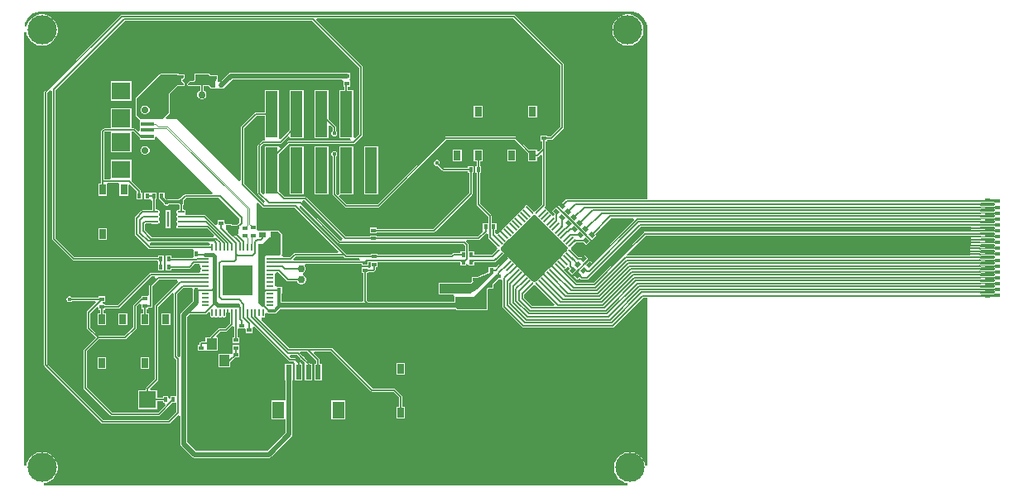
<source format=gtl>
G04*
G04 #@! TF.GenerationSoftware,Altium Limited,Altium Designer,24.5.2 (23)*
G04*
G04 Layer_Physical_Order=1*
G04 Layer_Color=255*
%FSLAX44Y44*%
%MOMM*%
G71*
G04*
G04 #@! TF.SameCoordinates,5A08705E-C27C-47AC-A7BE-410B2864E99F*
G04*
G04*
G04 #@! TF.FilePolarity,Positive*
G04*
G01*
G75*
%ADD11C,0.2000*%
%ADD12C,0.1500*%
%ADD15R,0.4800X0.3800*%
%ADD16R,1.3500X1.0500*%
%ADD17R,1.3500X0.4000*%
%ADD18R,1.9000X1.8000*%
%ADD19R,1.9000X1.9000*%
%ADD20R,0.3800X0.4800*%
%ADD21R,1.2000X4.7500*%
%ADD22R,0.7000X1.0000*%
G04:AMPARAMS|DCode=23|XSize=0.2mm|YSize=1mm|CornerRadius=0mm|HoleSize=0mm|Usage=FLASHONLY|Rotation=135.000|XOffset=0mm|YOffset=0mm|HoleType=Round|Shape=Rectangle|*
%AMROTATEDRECTD23*
4,1,4,0.4243,0.2828,-0.2828,-0.4243,-0.4243,-0.2828,0.2828,0.4243,0.4243,0.2828,0.0*
%
%ADD23ROTATEDRECTD23*%

G04:AMPARAMS|DCode=24|XSize=0.2mm|YSize=1mm|CornerRadius=0mm|HoleSize=0mm|Usage=FLASHONLY|Rotation=45.000|XOffset=0mm|YOffset=0mm|HoleType=Round|Shape=Rectangle|*
%AMROTATEDRECTD24*
4,1,4,0.2828,-0.4243,-0.4243,0.2828,-0.2828,0.4243,0.4243,-0.2828,0.2828,-0.4243,0.0*
%
%ADD24ROTATEDRECTD24*%

%ADD25P,6.3640X4X90.0*%
G04:AMPARAMS|DCode=26|XSize=0.48mm|YSize=0.38mm|CornerRadius=0mm|HoleSize=0mm|Usage=FLASHONLY|Rotation=135.000|XOffset=0mm|YOffset=0mm|HoleType=Round|Shape=Rectangle|*
%AMROTATEDRECTD26*
4,1,4,0.3041,-0.0354,0.0354,-0.3041,-0.3041,0.0354,-0.0354,0.3041,0.3041,-0.0354,0.0*
%
%ADD26ROTATEDRECTD26*%

%ADD27O,0.7500X0.2500*%
%ADD28R,0.2500X1.6000*%
%ADD29R,0.8000X0.6300*%
%ADD30O,0.2000X0.8000*%
%ADD31O,0.8000X0.2000*%
G04:AMPARAMS|DCode=32|XSize=0.48mm|YSize=0.38mm|CornerRadius=0mm|HoleSize=0mm|Usage=FLASHONLY|Rotation=45.000|XOffset=0mm|YOffset=0mm|HoleType=Round|Shape=Rectangle|*
%AMROTATEDRECTD32*
4,1,4,-0.0354,-0.3041,-0.3041,-0.0354,0.0354,0.3041,0.3041,0.0354,-0.0354,-0.3041,0.0*
%
%ADD32ROTATEDRECTD32*%

%ADD33R,1.0000X1.2000*%
%ADD34R,1.2000X1.8000*%
%ADD35R,0.6000X1.5500*%
%ADD66P,0.8202X4X270.0*%
%AMCUSTOMSHAPE67*
4,1,5,-0.1400,0.1550,-0.1400,-0.1550,0.1349,-0.1550,0.3200,0.0301,0.3200,0.1550,-0.1400,0.1550,0.0*%
%ADD67CUSTOMSHAPE67*%

%AMCUSTOMSHAPE68*
4,1,5,0.1400,0.1550,0.1400,-0.1550,-0.1349,-0.1550,-0.3200,0.0301,-0.3200,0.1550,0.1400,0.1550,0.0*%
%ADD68CUSTOMSHAPE68*%

%AMCUSTOMSHAPE69*
4,1,5,-0.1400,-0.1550,-0.1400,0.1550,0.1349,0.1550,0.3200,-0.0301,0.3200,-0.1550,-0.1400,-0.1550,0.0*%
%ADD69CUSTOMSHAPE69*%

%AMCUSTOMSHAPE70*
4,1,5,0.1400,-0.1550,0.1400,0.1550,-0.1349,0.1550,-0.3200,-0.0301,-0.3200,-0.1550,0.1400,-0.1550,0.0*%
%ADD70CUSTOMSHAPE70*%

%ADD71C,0.7500*%
%AMCUSTOMSHAPE72*
4,1,5,-0.2828,-0.4243,0.3536,0.2121,0.3536,0.3536,0.2828,0.4243,-0.4243,-0.2828,-0.2828,-0.4243,0.0*%
%ADD72CUSTOMSHAPE72*%

%AMCUSTOMSHAPE73*
4,1,5,-0.4243,0.2828,0.2828,-0.4243,0.3536,-0.3536,0.3538,-0.2123,-0.2828,0.4243,-0.4243,0.2828,0.0*%
%ADD73CUSTOMSHAPE73*%

%AMCUSTOMSHAPE74*
4,1,5,-0.3536,0.3536,-0.3536,0.2121,0.2828,-0.4243,0.4243,-0.2828,-0.2828,0.4243,-0.3536,0.3536,0.0*%
%ADD74CUSTOMSHAPE74*%

%AMCUSTOMSHAPE75*
4,1,5,-0.3536,-0.3536,-0.2828,-0.4243,0.4243,0.2828,0.2828,0.4243,-0.3536,-0.2121,-0.3536,-0.3536,0.0*%
%ADD75CUSTOMSHAPE75*%

%AMCUSTOMSHAPE76*
4,1,5,-0.4243,0.2828,0.2121,-0.3536,0.3536,-0.3536,0.4243,-0.2828,-0.2828,0.4243,-0.4243,0.2828,0.0*%
%ADD76CUSTOMSHAPE76*%

%AMCUSTOMSHAPE77*
4,1,5,-0.2828,-0.4243,0.4243,0.2828,0.3536,0.3536,0.2121,0.3536,-0.4243,-0.2828,-0.2828,-0.4243,0.0*%
%ADD77CUSTOMSHAPE77*%

%AMCUSTOMSHAPE78*
4,1,5,-0.3536,-0.3536,-0.2121,-0.3536,0.4243,0.2828,0.2828,0.4243,-0.4243,-0.2828,-0.3536,-0.3536,0.0*%
%ADD78CUSTOMSHAPE78*%

%AMCUSTOMSHAPE79*
4,1,5,-0.4243,0.2828,0.2828,-0.4243,0.4243,-0.2828,-0.2121,0.3536,-0.3536,0.3536,-0.4243,0.2828,0.0*%
%ADD79CUSTOMSHAPE79*%

%AMCUSTOMSHAPE80*
4,1,6,0.7500,-0.0500,0.7500,0.0500,0.6500,0.1500,-0.2500,0.1500,-0.2500,-0.1500,0.6500,-0.1500,0.7500,-0.0500,0.0*%
%ADD80CUSTOMSHAPE80*%

%AMCUSTOMSHAPE81*
4,1,8,1.3000,0.1500,0.7500,0.1500,0.6500,0.0500,-0.2500,0.0500,-0.2500,-0.0500,0.6500,-0.0500,0.7500,-0.1500,1.3000,-0.1500,1.3000,0.1500,0.0*%
%ADD81CUSTOMSHAPE81*%

%AMCUSTOMSHAPE82*
4,1,8,1.3000,0.0500,0.2500,0.0500,0.2500,0.1500,-0.2500,0.1500,-0.2500,-0.1500,0.6500,-0.1500,0.7500,-0.2500,1.3000,-0.2500,1.3000,0.0500,0.0*%
%ADD82CUSTOMSHAPE82*%

%AMCUSTOMSHAPE83*
4,1,8,0.2500,-0.0500,1.3000,-0.0500,1.3000,0.2500,0.7500,0.2500,0.6500,0.1500,-0.2500,0.1500,-0.2500,-0.1500,0.2500,-0.1500,0.2500,-0.0500,0.0*%
%ADD83CUSTOMSHAPE83*%

%ADD84R,3.1000X3.1000*%
%ADD85C,0.5000*%
%ADD86C,0.3000*%
%ADD87C,0.4000*%
%ADD88C,0.1000*%
%ADD89R,1.7000X1.7000*%
%ADD90C,1.7000*%
%ADD91C,3.0000*%
%ADD92C,0.7000*%
%ADD93C,0.4000*%
%ADD94C,0.5000*%
G36*
X192750Y421750D02*
X199400D01*
Y417950D01*
X198500Y417050D01*
Y409850D01*
X194700D01*
X191800Y412750D01*
X177750D01*
X177550Y412950D01*
X170890D01*
X170807Y413033D01*
Y414213D01*
X172644Y416050D01*
X176399D01*
X177750Y417401D01*
Y423250D01*
X191250D01*
X192750Y421750D01*
D02*
G37*
G36*
X159950Y422550D02*
X166207D01*
Y421302D01*
X164351Y419446D01*
Y419446D01*
X163444D01*
Y418209D01*
X162985Y417750D01*
X163444Y417291D01*
Y416052D01*
X164357D01*
X166205Y414204D01*
Y412951D01*
X166203Y412950D01*
X159450D01*
X150500Y404000D01*
Y384000D01*
X144000Y377500D01*
X122000D01*
X118000Y381500D01*
Y399000D01*
X142250Y423250D01*
X159250D01*
X159950Y422550D01*
D02*
G37*
G36*
X551418Y432703D02*
Y370297D01*
X540903Y359782D01*
X537900D01*
Y361000D01*
X531100D01*
Y355200D01*
X532818D01*
Y348197D01*
X529098Y344477D01*
X527250Y345242D01*
Y346500D01*
X519129D01*
X506440Y359190D01*
X505894Y359554D01*
X505250Y359682D01*
X434000D01*
X433356Y359554D01*
X432810Y359190D01*
X364310Y290690D01*
X364306Y290682D01*
X332697D01*
X324511Y298868D01*
X325708Y300500D01*
X327273Y300500D01*
X339400D01*
Y350000D01*
X325400D01*
Y302475D01*
X325400Y300808D01*
X323768Y299611D01*
X321588Y301792D01*
Y339465D01*
X321605Y339472D01*
X322449Y340316D01*
X322905Y341418D01*
Y342612D01*
X322449Y343714D01*
X321605Y344558D01*
X320502Y345015D01*
X319308D01*
X318206Y344558D01*
X317362Y343714D01*
X316905Y342612D01*
Y341418D01*
X317362Y340316D01*
X318206Y339472D01*
X318223Y339465D01*
Y301095D01*
X318351Y300451D01*
X318716Y299905D01*
X330810Y287810D01*
X331356Y287446D01*
X332000Y287318D01*
X365000D01*
X365644Y287446D01*
X366190Y287810D01*
X366390Y288110D01*
X366690Y288310D01*
X434697Y356318D01*
X504553D01*
X518250Y342621D01*
Y334500D01*
X527250D01*
Y338818D01*
X527500D01*
X528144Y338946D01*
X528690Y339310D01*
X530970Y341591D01*
X532818Y340825D01*
Y291564D01*
X532328Y289716D01*
X531563Y289399D01*
X525813Y283649D01*
X524554Y283242D01*
X523288Y283648D01*
X517537Y289399D01*
X516772Y289716D01*
X516007Y289399D01*
X514593Y287985D01*
X513944Y287219D01*
X509701Y282977D01*
X508287Y281562D01*
X506873Y280148D01*
X501216Y274491D01*
X499801Y273077D01*
X498387Y271663D01*
X492730Y266006D01*
X491316Y264592D01*
X487029Y260305D01*
X486312Y260239D01*
X484437Y261866D01*
Y264600D01*
X485800D01*
Y271400D01*
X480682D01*
Y279000D01*
X480554Y279644D01*
X480190Y280190D01*
X469082Y291297D01*
Y323100D01*
X470300D01*
Y329900D01*
X468932D01*
Y334500D01*
X471750D01*
Y346500D01*
X462750D01*
Y334500D01*
X465568D01*
Y329900D01*
X464500D01*
Y323100D01*
X465718D01*
Y290600D01*
X465846Y289956D01*
X466210Y289410D01*
X477318Y278303D01*
Y271400D01*
X472100D01*
Y264600D01*
X472100D01*
X472099Y262600D01*
X467132Y257632D01*
X363400D01*
Y258850D01*
X356600D01*
Y257632D01*
X331747D01*
X291940Y297440D01*
X291394Y297804D01*
X290750Y297932D01*
X269447D01*
X263200Y304179D01*
Y341821D01*
X273697Y352318D01*
X339500D01*
X340144Y352446D01*
X340690Y352810D01*
X348690Y360810D01*
X349054Y361356D01*
X349182Y362000D01*
Y431000D01*
X349054Y431644D01*
X348690Y432190D01*
X301409Y479470D01*
X302175Y481318D01*
X502803D01*
X551418Y432703D01*
D02*
G37*
G36*
X345818Y430303D02*
Y362697D01*
X341400Y358279D01*
X339400Y359108D01*
X339400Y359506D01*
X339400Y359506D01*
X339400Y359541D01*
Y407500D01*
X334082D01*
Y411150D01*
X335900D01*
Y416950D01*
X335900D01*
X335661Y418269D01*
X335900Y419050D01*
X335900D01*
Y421917D01*
X335917Y422000D01*
X335900Y422084D01*
Y424850D01*
X334305D01*
X333777Y425203D01*
X332450Y425467D01*
X224414D01*
X224162Y425417D01*
X214200D01*
X212873Y425153D01*
X211749Y424401D01*
X202997Y415650D01*
X201861D01*
X200959Y416453D01*
X200400Y417153D01*
Y422750D01*
X193600D01*
X192250Y424191D01*
Y424250D01*
X176750D01*
Y418542D01*
X175393Y417132D01*
X172644D01*
X171879Y416815D01*
X170028Y414964D01*
X170028Y414964D01*
X169711Y414199D01*
Y412950D01*
X170028Y412185D01*
X170793Y411868D01*
X175393D01*
X176750Y411750D01*
Y411750D01*
X182818D01*
Y407195D01*
X181809Y406777D01*
X180473Y405441D01*
X179750Y403695D01*
Y401805D01*
X180473Y400059D01*
X181809Y398723D01*
X183555Y398000D01*
X185445D01*
X187191Y398723D01*
X188527Y400059D01*
X189250Y401805D01*
Y403695D01*
X188527Y405441D01*
X187191Y406777D01*
X186182Y407195D01*
Y411750D01*
X191422D01*
X193700Y409472D01*
Y408850D01*
X199500D01*
X199500Y408850D01*
X201456Y408967D01*
X201600Y408850D01*
X201600Y408850D01*
X204165D01*
X204500Y408783D01*
X204835Y408850D01*
X207400D01*
Y410247D01*
X215636Y418483D01*
X224364D01*
X224615Y418533D01*
X328094D01*
X329100Y416950D01*
X329100Y416533D01*
Y411150D01*
X330718D01*
Y407500D01*
X325400D01*
Y358000D01*
X336231D01*
X337300Y356000D01*
X337088Y355682D01*
X273000D01*
X272356Y355554D01*
X271810Y355190D01*
X265048Y348427D01*
X263200Y349192D01*
Y350000D01*
X249200D01*
Y301508D01*
X247200Y300679D01*
X245182Y302697D01*
Y349803D01*
X248197Y352818D01*
X265050D01*
X265694Y352946D01*
X266239Y353310D01*
X272752Y359823D01*
X274600Y359058D01*
Y358000D01*
X288600D01*
Y407500D01*
X274600D01*
Y366429D01*
X265436Y357265D01*
X263228Y357886D01*
X263200Y358000D01*
X263200D01*
Y407500D01*
X249200D01*
Y384432D01*
X239750D01*
X239750Y384432D01*
X239106Y384304D01*
X238560Y383940D01*
X238560Y383940D01*
X224810Y370190D01*
X224446Y369644D01*
X224318Y369000D01*
Y315295D01*
X222470Y314530D01*
X159500Y377500D01*
X147991D01*
X147225Y379348D01*
X151189Y383311D01*
X151474Y384000D01*
Y403596D01*
X158653Y410776D01*
X160250Y411750D01*
X162201Y411868D01*
X166207D01*
X166972Y412185D01*
X167290Y412950D01*
Y414199D01*
X166972Y414964D01*
X166972Y414964D01*
X165330Y416606D01*
X165305Y416852D01*
X164408Y417751D01*
X165306Y418651D01*
X165330Y418894D01*
X166972Y420536D01*
X166972Y420536D01*
X167290Y421301D01*
Y422550D01*
X166972Y423315D01*
X166207Y423632D01*
X161607D01*
X160250Y424250D01*
Y424250D01*
X144750D01*
Y424224D01*
X142250D01*
X141561Y423939D01*
X117311Y399689D01*
X117026Y399000D01*
Y381500D01*
X117311Y380811D01*
X121000Y377122D01*
Y366208D01*
X119000Y365379D01*
X116690Y367690D01*
X116144Y368054D01*
X115500Y368182D01*
X112500D01*
Y389000D01*
X91500D01*
Y368182D01*
X84500D01*
X83856Y368054D01*
X83310Y367690D01*
X82060Y366440D01*
X81696Y365894D01*
X81568Y365250D01*
Y314000D01*
Y311500D01*
X78750D01*
Y299500D01*
X87750D01*
Y311500D01*
X89411Y312318D01*
X98589D01*
X100250Y311500D01*
X100250Y310318D01*
Y299500D01*
X109250D01*
Y310042D01*
X111250Y310871D01*
X117721Y304400D01*
X117600Y302400D01*
X117600D01*
Y295600D01*
X123400D01*
Y302400D01*
X122182D01*
Y304000D01*
X122054Y304644D01*
X121690Y305190D01*
X112379Y314500D01*
X112500Y316500D01*
X112500Y317054D01*
Y336500D01*
X91500D01*
Y317682D01*
X91500Y316500D01*
X89839Y315682D01*
X84932D01*
Y364553D01*
X85197Y364818D01*
X91500D01*
Y344000D01*
X112500D01*
Y364818D01*
X114803D01*
X120810Y358810D01*
X121000Y358684D01*
Y357000D01*
X136500D01*
Y359387D01*
X138348Y360152D01*
X195715Y302785D01*
X194950Y300937D01*
X167500D01*
X167500Y300937D01*
X166759Y300790D01*
X166130Y300370D01*
X166130Y300370D01*
X162180Y296420D01*
X162167Y296400D01*
X160650D01*
Y295447D01*
X149500D01*
X148677Y295283D01*
X146350Y297611D01*
Y302400D01*
X140550D01*
Y295600D01*
X141532D01*
X141720Y295320D01*
X145500Y291539D01*
Y291403D01*
X145957Y290301D01*
X146801Y289457D01*
X147903Y289000D01*
X149097D01*
X150199Y289457D01*
X151043Y290301D01*
X151148Y290553D01*
X160650D01*
Y289600D01*
X161568D01*
Y285294D01*
X160750D01*
X159872Y285119D01*
X159128Y284622D01*
X158631Y283878D01*
X158456Y283000D01*
X158631Y282122D01*
X158912Y281700D01*
X159128Y281345D01*
Y279655D01*
X158912Y279300D01*
X158631Y278878D01*
X158456Y278000D01*
X158631Y277122D01*
X158912Y276700D01*
X159128Y276345D01*
Y274655D01*
X158912Y274300D01*
X158631Y273878D01*
X158456Y273000D01*
X158631Y272122D01*
X158912Y271700D01*
X159128Y271345D01*
Y269655D01*
X158912Y269300D01*
X158631Y268878D01*
X158456Y268000D01*
X158631Y267122D01*
X159128Y266378D01*
X159872Y265881D01*
X160750Y265706D01*
X165750D01*
X166628Y265881D01*
X167282Y266318D01*
X189732D01*
X197020Y259030D01*
X196254Y257182D01*
X133197D01*
X126182Y264197D01*
Y270303D01*
X127197Y271318D01*
X132718D01*
X133372Y270881D01*
X134250Y270706D01*
X139250D01*
X140128Y270881D01*
X140872Y271378D01*
X141369Y272122D01*
X141544Y273000D01*
X141369Y273878D01*
X141088Y274300D01*
X140872Y274655D01*
Y276345D01*
X141088Y276700D01*
X141369Y277122D01*
X141544Y278000D01*
X141369Y278878D01*
X141088Y279300D01*
X140872Y279655D01*
Y281345D01*
X141088Y281700D01*
X141369Y282122D01*
X141544Y283000D01*
X141369Y283878D01*
X140872Y284622D01*
X140128Y285119D01*
X139250Y285294D01*
X137282D01*
Y295600D01*
X138450D01*
Y302400D01*
X132650D01*
Y302400D01*
X131300Y302400D01*
Y302400D01*
X125500D01*
Y295600D01*
X131300D01*
Y295600D01*
X131918Y295600D01*
X133918Y294125D01*
Y285228D01*
X133372Y285119D01*
X132718Y284682D01*
X124000D01*
X123356Y284554D01*
X122810Y284190D01*
X116310Y277690D01*
X115946Y277144D01*
X115818Y276500D01*
Y260500D01*
X115946Y259856D01*
X116310Y259310D01*
X130560Y245060D01*
X131106Y244696D01*
X131750Y244568D01*
X175298D01*
X176100Y242900D01*
Y236100D01*
X174273Y235682D01*
X153450D01*
Y238400D01*
X147650D01*
Y231600D01*
X147650D01*
X147588Y230060D01*
X147588D01*
X147588Y229626D01*
Y223260D01*
X153388D01*
Y224978D01*
X172160D01*
X172804Y225106D01*
X173350Y225471D01*
X177197Y229318D01*
X181738D01*
X182214Y228787D01*
X183024Y227318D01*
X182961Y227000D01*
X183116Y226220D01*
X183558Y225558D01*
Y224442D01*
X183116Y223780D01*
X182961Y223000D01*
X183116Y222220D01*
X183141Y222182D01*
X182321Y220252D01*
X182255Y220182D01*
X132000D01*
X131356Y220054D01*
X130810Y219690D01*
X98103Y186982D01*
X85400D01*
Y188450D01*
X84289D01*
X83220Y190450D01*
X83287Y190550D01*
X85400D01*
Y196350D01*
X78600D01*
Y195132D01*
X51586D01*
X51568Y195174D01*
X50724Y196018D01*
X49622Y196475D01*
X48428D01*
X47326Y196018D01*
X46482Y195174D01*
X46025Y194072D01*
Y192878D01*
X46482Y191776D01*
X47326Y190932D01*
X48428Y190475D01*
X49622D01*
X50724Y190932D01*
X51560Y191768D01*
X75325D01*
X76091Y189920D01*
X67310Y181140D01*
X66946Y180594D01*
X66818Y179950D01*
Y164000D01*
X66946Y163356D01*
X67310Y162810D01*
X76121Y154000D01*
X64310Y142190D01*
X63946Y141644D01*
X63818Y141000D01*
Y102500D01*
X63946Y101856D01*
X64310Y101310D01*
X90810Y74810D01*
X91356Y74446D01*
X92000Y74318D01*
X140900D01*
X141544Y74446D01*
X142090Y74810D01*
X154379Y87100D01*
X158300D01*
X158818Y85314D01*
Y78197D01*
X150303Y69682D01*
X83697D01*
X26682Y126697D01*
Y404803D01*
X29318Y407439D01*
X31318Y406610D01*
Y255500D01*
X31446Y254856D01*
X31810Y254310D01*
X52310Y233811D01*
X52310Y233811D01*
X52856Y233446D01*
X53500Y233318D01*
X53500Y233318D01*
X139067D01*
X139739Y231318D01*
X139688Y230060D01*
X139688D01*
X139688Y229626D01*
Y223260D01*
X145488D01*
Y230060D01*
X145488D01*
X145550Y231600D01*
X145550D01*
X145550Y232034D01*
Y238400D01*
X139750D01*
Y236682D01*
X54197D01*
X34682Y256197D01*
Y407303D01*
X106197Y478818D01*
X297303D01*
X345818Y430303D01*
D02*
G37*
G36*
X985300Y293000D02*
X981800D01*
Y295000D01*
X985300D01*
Y293000D01*
D02*
G37*
G36*
X627942Y487290D02*
X631025Y486013D01*
X633800Y484159D01*
X636159Y481800D01*
X638013Y479025D01*
X639290Y475942D01*
X639941Y472669D01*
Y471000D01*
X639941Y316700D01*
Y295937D01*
X558000D01*
X557259Y295790D01*
X556630Y295370D01*
X556630Y295370D01*
X553681Y292420D01*
X552646Y293455D01*
X548545Y289354D01*
X553354Y284545D01*
X554545Y283354D01*
X559353Y278545D01*
X559353D01*
X560545Y277353D01*
X565354Y272545D01*
X565354D01*
X566631Y271440D01*
X571440Y266631D01*
X577440Y260631D01*
X578631Y259440D01*
X583440Y254631D01*
X587541Y258733D01*
X586507Y259767D01*
X603302Y276563D01*
X625710D01*
X626475Y274715D01*
X583201Y231441D01*
X581157Y233485D01*
X576803Y229131D01*
X575364Y227778D01*
X575364D01*
X570556Y222970D01*
Y222970D01*
X569657Y221985D01*
X564849Y217177D01*
X568950Y213076D01*
X569969Y214095D01*
X570974Y215100D01*
X571822Y214252D01*
X571822Y214252D01*
X571822D01*
D01*
X572451Y213832D01*
X572451Y213832D01*
X573192Y213684D01*
X573192Y213684D01*
X578621D01*
X578621Y213684D01*
X579363Y213832D01*
X579991Y214252D01*
X633302Y267563D01*
X639941D01*
Y267500D01*
X970947D01*
X970914Y262500D01*
X639941D01*
Y262437D01*
X637813D01*
X637072Y262290D01*
X636443Y261870D01*
X636443Y261870D01*
X618811Y244238D01*
X615466Y240892D01*
X615432Y240870D01*
X615432Y240870D01*
X584999Y210437D01*
X568010D01*
X554911Y223535D01*
X556370Y224994D01*
X557692Y226316D01*
X558134Y226381D01*
X559727Y226056D01*
X560721Y224221D01*
X559263Y222763D01*
X563364Y218662D01*
X567717Y223015D01*
X568172Y223470D01*
X569525Y224909D01*
X573879Y229263D01*
X574864Y230162D01*
X574864D01*
X579672Y234970D01*
X575571Y239071D01*
X573053Y236554D01*
X570177D01*
X568594Y238137D01*
X568449Y238487D01*
X562698Y244238D01*
X562293Y245500D01*
X562698Y246762D01*
X567499Y251563D01*
X575336D01*
X577854Y249045D01*
X581955Y253146D01*
X577146Y257955D01*
Y257955D01*
X575955Y259146D01*
X571369Y263732D01*
X571147Y263955D01*
X569955Y265147D01*
X569955Y265147D01*
X565333Y269768D01*
X565146Y269955D01*
X563682Y271247D01*
X559060Y275869D01*
X559060Y275869D01*
X557869Y277060D01*
X557646Y277283D01*
X553060Y281869D01*
X553060Y281869D01*
X551869Y283060D01*
X551646Y283283D01*
X547060Y287869D01*
X542959Y283767D01*
X545418Y281308D01*
X545235Y279556D01*
X543384Y278992D01*
X542228Y280148D01*
X535157Y287219D01*
X536053Y288745D01*
X536054Y288747D01*
X536073Y288840D01*
X536182Y289391D01*
Y347500D01*
Y355200D01*
X537900D01*
Y356418D01*
X541600D01*
X542244Y356546D01*
X542790Y356910D01*
X554290Y368410D01*
X554654Y368956D01*
X554782Y369600D01*
Y433400D01*
X554654Y434044D01*
X554290Y434590D01*
X554290Y434590D01*
X504690Y484190D01*
X504144Y484554D01*
X503500Y484682D01*
X102500D01*
X102500Y484682D01*
X101856Y484554D01*
X101310Y484190D01*
X101310Y484189D01*
X23810Y406690D01*
X23446Y406144D01*
X23318Y405500D01*
Y126000D01*
X23446Y125356D01*
X23810Y124810D01*
X81810Y66810D01*
X82356Y66446D01*
X83000Y66318D01*
X151000D01*
X151644Y66446D01*
X152190Y66810D01*
X160533Y75154D01*
X162533Y74326D01*
Y45500D01*
X162797Y44173D01*
X163549Y43049D01*
X174549Y32049D01*
X175673Y31297D01*
X177000Y31033D01*
X253000D01*
X254327Y31297D01*
X255451Y32049D01*
X275951Y52549D01*
X276703Y53673D01*
X276967Y55000D01*
Y110125D01*
X277500D01*
Y127478D01*
X279018Y128789D01*
X279637Y127956D01*
X279500Y127625D01*
X279500D01*
Y110125D01*
X287500D01*
Y127625D01*
X287141D01*
X285182Y128000D01*
X285054Y128644D01*
X284690Y129190D01*
X284690Y129190D01*
X281190Y132690D01*
X280644Y133054D01*
X280000Y133182D01*
X275539D01*
X274513Y134474D01*
X275320Y136318D01*
X281803D01*
X285310Y132810D01*
X285644Y132587D01*
X286663Y131569D01*
X286886Y131235D01*
X289792Y128329D01*
X289500Y127625D01*
X289500D01*
Y110125D01*
X297500D01*
Y127625D01*
X295058D01*
X295054Y127644D01*
X294690Y128190D01*
X289488Y133391D01*
X289265Y133725D01*
X287800Y135190D01*
X287467Y135413D01*
X284562Y138318D01*
X285390Y140318D01*
X292303D01*
X301818Y130803D01*
Y127625D01*
X299500D01*
Y110125D01*
X307500D01*
Y127625D01*
X305182D01*
Y131500D01*
X305054Y132144D01*
X304690Y132690D01*
X298909Y138470D01*
X299675Y140318D01*
X316303D01*
X357310Y99310D01*
X357856Y98946D01*
X358500Y98818D01*
X380303D01*
X386068Y93053D01*
Y83500D01*
X383250D01*
Y71500D01*
X392250D01*
Y83500D01*
X389432D01*
Y93750D01*
X389304Y94394D01*
X388940Y94940D01*
X382190Y101690D01*
X381644Y102054D01*
X381000Y102182D01*
X359197D01*
X318190Y143190D01*
X317644Y143554D01*
X317000Y143682D01*
X273697D01*
X245236Y172143D01*
X245575Y174462D01*
X246374Y174823D01*
X246642Y174832D01*
X247250Y174711D01*
X248030Y174866D01*
X248692Y175308D01*
X249134Y175970D01*
X249289Y176750D01*
Y179300D01*
X251289Y179906D01*
X251381Y179770D01*
X252174Y179239D01*
X253111Y179053D01*
X259000D01*
X259937Y179239D01*
X260730Y179770D01*
X264457Y183496D01*
X264462Y183495D01*
X444127D01*
X444811Y182811D01*
X445500Y182526D01*
X461250D01*
Y182500D01*
X476750D01*
Y195000D01*
X476724D01*
Y203297D01*
X477477Y204050D01*
X482550D01*
X482900Y204400D01*
Y208472D01*
X488428Y214000D01*
X491400Y214000D01*
X492063Y212274D01*
Y186000D01*
X492063Y186000D01*
X492210Y185259D01*
X492630Y184630D01*
X512130Y165130D01*
X512130Y165130D01*
X512759Y164710D01*
X513500Y164563D01*
X604743D01*
X604743Y164563D01*
X605484Y164710D01*
X606113Y165130D01*
X636045Y195063D01*
X639941D01*
Y174300D01*
X639941Y174300D01*
Y23068D01*
X637941Y22871D01*
X637385Y25667D01*
X636179Y28579D01*
X634428Y31199D01*
X632199Y33428D01*
X629579Y35179D01*
X626667Y36385D01*
X623576Y37000D01*
X620424D01*
X617333Y36385D01*
X614421Y35179D01*
X611801Y33428D01*
X609572Y31199D01*
X607821Y28579D01*
X606615Y25667D01*
X606000Y22576D01*
Y19424D01*
X606615Y16333D01*
X607821Y13421D01*
X609572Y10801D01*
X611801Y8572D01*
X614421Y6821D01*
X617333Y5615D01*
X620128Y5059D01*
X619931Y3059D01*
X23069D01*
X22872Y5059D01*
X25667Y5615D01*
X28579Y6821D01*
X31199Y8572D01*
X33428Y10801D01*
X35179Y13421D01*
X36385Y16333D01*
X37000Y19424D01*
Y22576D01*
X36385Y25667D01*
X35179Y28579D01*
X33428Y31199D01*
X31199Y33428D01*
X28579Y35179D01*
X25667Y36385D01*
X22576Y37000D01*
X19424D01*
X16333Y36385D01*
X13421Y35179D01*
X10801Y33428D01*
X8572Y31199D01*
X6821Y28579D01*
X5615Y25667D01*
X5059Y22871D01*
X3059Y23068D01*
Y466932D01*
X5059Y467129D01*
X5615Y464333D01*
X6821Y461421D01*
X8572Y458801D01*
X10801Y456572D01*
X13421Y454821D01*
X16333Y453615D01*
X19424Y453000D01*
X22576D01*
X25667Y453615D01*
X28579Y454821D01*
X31199Y456572D01*
X33428Y458801D01*
X35179Y461421D01*
X36385Y464333D01*
X37000Y467424D01*
Y470576D01*
X36385Y473667D01*
X35179Y476579D01*
X33428Y479199D01*
X31199Y481428D01*
X28579Y483179D01*
X25667Y484385D01*
X22576Y485000D01*
X19424D01*
X16333Y484385D01*
X13421Y483179D01*
X10801Y481428D01*
X8572Y479199D01*
X6821Y476579D01*
X5615Y473667D01*
X5400Y472585D01*
X3327Y472417D01*
X3119Y472973D01*
X3710Y475942D01*
X4987Y479025D01*
X6841Y481800D01*
X9201Y484159D01*
X11975Y486013D01*
X15058Y487290D01*
X18331Y487942D01*
X624669D01*
X627942Y487290D01*
D02*
G37*
G36*
X249200Y358000D02*
X249200D01*
X248760Y356182D01*
X247500D01*
X246856Y356054D01*
X246310Y355690D01*
X242310Y351690D01*
X241946Y351144D01*
X241818Y350500D01*
Y302000D01*
X241946Y301356D01*
X242310Y300810D01*
X249257Y293864D01*
X248584Y291708D01*
X247812Y291567D01*
X227682Y311697D01*
Y368303D01*
X240447Y381068D01*
X249200D01*
Y358000D01*
D02*
G37*
G36*
X985300Y289000D02*
X981800D01*
X980300Y289500D01*
Y291500D01*
X981800Y292000D01*
X985300D01*
Y289000D01*
D02*
G37*
G36*
X981800Y288000D02*
X985300D01*
Y287000D01*
X981800D01*
X980300Y286500D01*
X979300Y286500D01*
X979301Y288500D01*
X980300D01*
X981800Y288000D01*
D02*
G37*
G36*
X985300Y283000D02*
X981800D01*
X980300Y283500D01*
Y285500D01*
X981800Y286000D01*
X985300D01*
Y283000D01*
D02*
G37*
G36*
X981800Y282000D02*
X985300D01*
Y281000D01*
X981800D01*
X980300Y280500D01*
X979300Y280500D01*
X979301Y282500D01*
X980300D01*
X981800Y282000D01*
D02*
G37*
G36*
X525906Y279383D02*
X526672Y278734D01*
X526672Y278734D01*
X533743Y271663D01*
X535157Y270249D01*
X537985Y267420D01*
Y267420D01*
X537985Y267420D01*
X537985Y267420D01*
X543642Y261763D01*
X543642Y261763D01*
X543642Y261763D01*
X545056Y260349D01*
X547885Y257521D01*
X549299Y256107D01*
X550713Y254692D01*
X552127Y253278D01*
X552127D01*
X552127Y253278D01*
X553542Y251864D01*
X554956Y250450D01*
Y250450D01*
X554956Y250450D01*
X557784Y247621D01*
Y247621D01*
X558433Y246856D01*
X558433Y246856D01*
X558433Y246856D01*
X558527Y246762D01*
X558783Y245963D01*
X558433Y244144D01*
X557784Y243379D01*
X557784Y243379D01*
X556370Y241964D01*
X554973Y240568D01*
X553542Y239136D01*
X552127Y237722D01*
X552127Y237722D01*
X552127Y237722D01*
X549534Y235128D01*
X547885Y233479D01*
X543642Y229237D01*
X543642D01*
X543642Y229237D01*
X539399Y224994D01*
X537985Y223580D01*
X537985D01*
X537985Y223580D01*
X535157Y220751D01*
X535157D01*
X535157Y220751D01*
X526672Y212266D01*
X525906Y211617D01*
X525812Y211523D01*
X525449Y211407D01*
X523652Y211407D01*
X523288Y211523D01*
X523195Y211617D01*
X523194Y211617D01*
X522429Y212266D01*
X522429Y212266D01*
X516772Y217923D01*
Y217923D01*
X516772Y217923D01*
X508287Y226408D01*
Y226408D01*
X508287Y226408D01*
X501216Y233479D01*
X499801Y234893D01*
X496973Y237722D01*
X488488Y229237D01*
Y229237D01*
X487118Y227778D01*
X485782Y226442D01*
X483800Y226400D01*
Y226400D01*
X478000D01*
Y221231D01*
X466760Y216400D01*
X461100D01*
Y211958D01*
X459732Y210500D01*
X444250D01*
Y210474D01*
X442250D01*
Y210500D01*
X426750D01*
Y198000D01*
X442250D01*
X442250Y198000D01*
Y198000D01*
X442256Y198001D01*
X442744Y196026D01*
X442526Y195500D01*
Y190428D01*
X355151D01*
X353182Y192398D01*
Y220100D01*
X354900D01*
Y221318D01*
X360000D01*
X360644Y221446D01*
X361190Y221810D01*
X362190Y222810D01*
X362554Y223356D01*
X362682Y224000D01*
X362682Y224000D01*
Y226200D01*
X364400D01*
Y231318D01*
X449200D01*
Y227600D01*
X455000D01*
Y229713D01*
X455100Y229780D01*
X457100Y228710D01*
Y227600D01*
X462900D01*
Y231063D01*
X483766D01*
X483766Y231063D01*
X484507Y231210D01*
X485136Y231630D01*
X485615Y232109D01*
X485659Y232065D01*
X494145Y240550D01*
X491316Y243379D01*
Y243379D01*
X490667Y244144D01*
X490573Y244238D01*
X490168Y245500D01*
X490573Y246762D01*
X490667Y246856D01*
X490667Y246856D01*
X490667Y246856D01*
X491316Y247621D01*
Y247621D01*
X492730Y249035D01*
X494145Y250450D01*
X498387Y254692D01*
X499801Y256107D01*
X501216Y257521D01*
X506873Y263178D01*
X508287Y264592D01*
X509701Y266006D01*
X515358Y271663D01*
X516772Y273077D01*
X522429Y278734D01*
X522429D01*
X523194Y279383D01*
X523194Y279383D01*
X523194Y279383D01*
X523288Y279477D01*
X524086Y279733D01*
X525906Y279383D01*
D02*
G37*
G36*
X985300Y277000D02*
X981800D01*
X980300Y277500D01*
Y279500D01*
X981800Y280000D01*
X985300D01*
Y277000D01*
D02*
G37*
G36*
X981800Y276000D02*
X987800D01*
Y275000D01*
X981800D01*
X980300Y274500D01*
X979300Y274500D01*
X979301Y276500D01*
X980300D01*
X981800Y276000D01*
D02*
G37*
G36*
X985300Y271000D02*
X981800D01*
X980300Y271500D01*
Y273500D01*
X981800Y274000D01*
X985300D01*
Y271000D01*
D02*
G37*
G36*
X222991Y275509D02*
Y272330D01*
X220161Y269501D01*
X215792D01*
X215400Y269893D01*
Y270500D01*
X214523D01*
X214304Y270593D01*
X209618Y270632D01*
X209612Y270631D01*
X209610Y270632D01*
X208600Y270500D01*
X207400Y272003D01*
Y274450D01*
X200600D01*
Y270107D01*
X198600Y269279D01*
X188690Y279190D01*
X188144Y279554D01*
X187500Y279682D01*
X168435D01*
X167921Y280502D01*
X167612Y281559D01*
X167654Y281799D01*
X167869Y282122D01*
X168044Y283000D01*
X167869Y283878D01*
X167372Y284622D01*
X166628Y285119D01*
X165750Y285294D01*
X164932D01*
Y289600D01*
X166450D01*
Y295210D01*
X168302Y297063D01*
X201437D01*
X222991Y275509D01*
D02*
G37*
G36*
X981800Y270000D02*
X985300D01*
Y269000D01*
X981800D01*
X980300Y268500D01*
X979300Y268500D01*
X979301Y270500D01*
X980300D01*
X981800Y270000D01*
D02*
G37*
G36*
X985300Y265000D02*
X981800D01*
X980300Y265500D01*
Y267500D01*
X981800Y268000D01*
X985300D01*
Y265000D01*
D02*
G37*
G36*
X981800Y264000D02*
X985300D01*
Y263000D01*
X981800D01*
X980300Y262500D01*
X979300Y262500D01*
X979301Y264500D01*
X980300D01*
X981800Y264000D01*
D02*
G37*
G36*
X985421Y259000D02*
X981921D01*
X980421Y259500D01*
Y261500D01*
X981921Y262000D01*
X985421D01*
Y259000D01*
D02*
G37*
G36*
X214296Y269619D02*
X215388Y268527D01*
X222031D01*
X222076Y268572D01*
X222304Y268345D01*
Y260838D01*
X219893Y258426D01*
X215721D01*
X209590Y264558D01*
Y269638D01*
X209610Y269658D01*
X214296Y269619D01*
D02*
G37*
G36*
X981921Y258000D02*
X985421D01*
Y257000D01*
X981921D01*
X980421Y256500D01*
X979421Y256500D01*
X979422Y258500D01*
X980421D01*
X981921Y258000D01*
D02*
G37*
G36*
X328938Y255682D02*
X328110Y253682D01*
X326197D01*
X287311Y292568D01*
X288140Y294568D01*
X290053D01*
X328938Y255682D01*
D02*
G37*
G36*
X985300Y253000D02*
X981800D01*
X980300Y253500D01*
Y255500D01*
X981800Y256000D01*
X985300D01*
Y253000D01*
D02*
G37*
G36*
X981800Y252000D02*
X987800D01*
Y251000D01*
X981800D01*
X980300Y250500D01*
X979300Y250500D01*
X979301Y252500D01*
X980300D01*
X981800Y252000D01*
D02*
G37*
G36*
X192750Y249703D02*
X191988Y247932D01*
X132447D01*
X131061Y249318D01*
X131890Y251318D01*
X191623D01*
X192750Y249703D01*
D02*
G37*
G36*
X985300Y247000D02*
X981800D01*
X980300Y247500D01*
Y249500D01*
X981800Y250000D01*
X985300D01*
Y247000D01*
D02*
G37*
G36*
X981800Y246000D02*
X985300D01*
Y245000D01*
X981800D01*
X980300Y244500D01*
X979300Y244500D01*
X979301Y246500D01*
X980300D01*
X981800Y246000D01*
D02*
G37*
G36*
X985300Y241000D02*
X981800D01*
X980300Y241500D01*
Y243500D01*
X981800Y244000D01*
X985300D01*
Y241000D01*
D02*
G37*
G36*
X477318Y260232D02*
Y257109D01*
X477446Y256465D01*
X477810Y255919D01*
X480369Y253361D01*
X480334Y253278D01*
X480651Y252513D01*
X486402Y246762D01*
X486807Y245500D01*
X486402Y244238D01*
X481101Y238937D01*
X462933D01*
Y242473D01*
X457715D01*
Y248967D01*
X457587Y249611D01*
X457223Y250156D01*
X455112Y252268D01*
X455940Y254268D01*
X467828D01*
X468472Y254396D01*
X469018Y254760D01*
X475318Y261060D01*
X477318Y260232D01*
D02*
G37*
G36*
X324310Y250810D02*
X324856Y250446D01*
X325500Y250318D01*
X452303D01*
X454351Y248270D01*
Y242473D01*
X449233D01*
Y240756D01*
X442073D01*
X441430Y240628D01*
X440884Y240263D01*
X439303Y238682D01*
X364400D01*
Y239900D01*
X357600D01*
Y238682D01*
X332697D01*
X331116Y240263D01*
X284243Y287136D01*
X284916Y289292D01*
X285688Y289433D01*
X324310Y250810D01*
D02*
G37*
G36*
X981800Y240000D02*
X985300D01*
Y239000D01*
X981800D01*
X980300Y238500D01*
X979300Y238500D01*
X979301Y240500D01*
X980300D01*
X981800Y240000D01*
D02*
G37*
G36*
X970793Y238500D02*
X639941Y238500D01*
Y238437D01*
X626000D01*
X626000Y238437D01*
X621318D01*
X621292Y238500D01*
X618553D01*
X638553Y258500D01*
X970927D01*
X970793Y238500D01*
D02*
G37*
G36*
X246810Y287810D02*
X247356Y287446D01*
X248000Y287318D01*
X279303D01*
X324017Y242603D01*
X323252Y240756D01*
X279573D01*
X278930Y240628D01*
X278384Y240263D01*
X274803Y236682D01*
X268003D01*
X266370Y238682D01*
X266450Y239100D01*
X266450D01*
Y245100D01*
X266450Y245900D01*
X266450Y245900D01*
Y247100D01*
X266450D01*
X266450Y247900D01*
Y253900D01*
X266424D01*
Y260206D01*
X266139Y260894D01*
X263760Y263273D01*
Y263895D01*
X253783D01*
X253760Y263895D01*
Y263895D01*
X251783Y263896D01*
Y263896D01*
X241783D01*
X240228Y264969D01*
Y269450D01*
Y291780D01*
X242076Y292545D01*
X246810Y287810D01*
D02*
G37*
G36*
X985300Y235000D02*
X981800D01*
X980300Y235500D01*
Y237500D01*
X981800Y238000D01*
X985300D01*
Y235000D01*
D02*
G37*
G36*
X330810Y235810D02*
X331356Y235446D01*
X332000Y235318D01*
X345506D01*
X346750Y233318D01*
X346437Y232682D01*
X278390D01*
X277561Y234682D01*
X280270Y237391D01*
X329230D01*
X330810Y235810D01*
D02*
G37*
G36*
X981800Y234000D02*
X985300D01*
Y233000D01*
X981800D01*
X980300Y232500D01*
X979300Y232500D01*
X979301Y234500D01*
X980300D01*
X981800Y234000D01*
D02*
G37*
G36*
X985300Y229000D02*
X981800D01*
X980300Y229500D01*
Y231500D01*
X981800Y232000D01*
X985300D01*
Y229000D01*
D02*
G37*
G36*
X357600Y227106D02*
X355844Y225611D01*
X354900Y225900D01*
Y225900D01*
X348100D01*
Y220100D01*
X349818D01*
Y191701D01*
X348143Y190428D01*
X266047D01*
Y199600D01*
X266500D01*
Y206400D01*
X261459D01*
X260378Y206738D01*
X259384Y207780D01*
X258942Y208442D01*
Y209558D01*
X259384Y210220D01*
X259539Y211000D01*
X259384Y211780D01*
X258942Y212442D01*
Y213558D01*
X259384Y214220D01*
X259539Y215000D01*
X259384Y215780D01*
X258942Y216442D01*
Y217558D01*
X259384Y218220D01*
X259539Y219000D01*
X259476Y219318D01*
X260286Y220787D01*
X260762Y221318D01*
X262803D01*
X271810Y212311D01*
X271810Y212310D01*
X272356Y211946D01*
X273000Y211818D01*
X282055D01*
X282473Y210809D01*
X283809Y209473D01*
X285555Y208750D01*
X287445D01*
X289191Y209473D01*
X290527Y210809D01*
X291250Y212555D01*
Y214445D01*
X290527Y216191D01*
X289191Y217527D01*
X287997Y218021D01*
X287789Y220054D01*
X287798Y220104D01*
X288691Y220473D01*
X290027Y221809D01*
X290750Y223555D01*
Y225445D01*
X290027Y227191D01*
X289900Y227318D01*
X290728Y229318D01*
X348100D01*
Y228000D01*
X354900D01*
Y231318D01*
X357600D01*
Y227106D01*
D02*
G37*
G36*
X981800Y228000D02*
X987800D01*
Y227000D01*
X981800D01*
X980300Y226500D01*
X979300Y226500D01*
X979301Y228500D01*
X980300D01*
X981800Y228000D01*
D02*
G37*
G36*
X985300Y223000D02*
X981800D01*
X980300Y223500D01*
Y225500D01*
X981800Y226000D01*
X985300D01*
Y223000D01*
D02*
G37*
G36*
X981800Y222000D02*
X985300D01*
Y221000D01*
X981800D01*
X980300Y220500D01*
X979300Y220500D01*
X979301Y222500D01*
X980300D01*
X981800Y222000D01*
D02*
G37*
G36*
X985300Y217000D02*
X981800D01*
X980300Y217500D01*
Y219500D01*
X981800Y220000D01*
X985300D01*
Y217000D01*
D02*
G37*
G36*
X981800Y216000D02*
X985300D01*
Y215000D01*
X981800D01*
X980300Y214500D01*
X979300Y214500D01*
X979301Y216500D01*
X980300D01*
X981800Y216000D01*
D02*
G37*
G36*
X985300Y211000D02*
X981800D01*
X980300Y211500D01*
Y213500D01*
X981800Y214000D01*
X985300D01*
Y211000D01*
D02*
G37*
G36*
X981800Y210000D02*
X985300D01*
Y209000D01*
X981800D01*
X980300Y208500D01*
X979300Y208500D01*
X979301Y210500D01*
X980300D01*
X981800Y210000D01*
D02*
G37*
G36*
X985309Y205000D02*
X981809D01*
X980309Y205500D01*
Y207500D01*
X981809Y208000D01*
X985309D01*
Y205000D01*
D02*
G37*
G36*
X981809Y204000D02*
X985309D01*
Y203000D01*
X981809D01*
X980309Y202500D01*
X979309Y202500D01*
X979310Y204500D01*
X980309D01*
X981809Y204000D01*
D02*
G37*
G36*
X482800Y220600D02*
X466015Y203815D01*
X458696Y199000D01*
X427750D01*
Y209500D01*
X460130D01*
X462100Y211600D01*
Y215400D01*
X466900D01*
X479000Y220600D01*
Y225400D01*
X482800D01*
Y220600D01*
D02*
G37*
G36*
X985300Y199000D02*
X981800D01*
X980300Y199500D01*
Y201500D01*
X981800Y202000D01*
X985300D01*
Y199000D01*
D02*
G37*
G36*
Y196000D02*
X981800D01*
Y198000D01*
X985300D01*
Y196000D01*
D02*
G37*
G36*
X490400Y215000D02*
X488050D01*
X481900Y208850D01*
Y205050D01*
X477100D01*
X475750Y203700D01*
Y183500D01*
X445500D01*
X443500Y185500D01*
Y195500D01*
X462200D01*
X462250Y195450D01*
X485600Y218800D01*
X490400D01*
Y215000D01*
D02*
G37*
G36*
X525812Y207352D02*
X531563Y201601D01*
X531913Y201456D01*
X545085Y188285D01*
X544319Y186437D01*
X522302D01*
X513937Y194802D01*
Y198206D01*
X517187Y201456D01*
X517537Y201601D01*
X523288Y207352D01*
X524550Y207757D01*
X525812Y207352D01*
D02*
G37*
G36*
X265450Y260206D02*
Y240100D01*
X263351Y238001D01*
X251145D01*
X248683Y237052D01*
X248683Y203864D01*
X251513D01*
Y202095D01*
X249935Y202095D01*
X249096Y201256D01*
Y185467D01*
X246324D01*
X242269Y189523D01*
Y239596D01*
X242320Y245924D01*
X242366Y245945D01*
Y249470D01*
X243313Y250250D01*
X247250D01*
X253595Y256595D01*
X254760D01*
Y262895D01*
X262760D01*
X265450Y260206D01*
D02*
G37*
G36*
X160438Y211318D02*
X136810Y187690D01*
X136446Y187144D01*
X136318Y186500D01*
Y111697D01*
X128010Y103390D01*
X127646Y102844D01*
X127518Y102200D01*
Y100000D01*
X119700D01*
Y81000D01*
X138700D01*
Y88818D01*
X144600D01*
Y87100D01*
X147008D01*
X147773Y85252D01*
X140203Y77682D01*
X92697D01*
X67182Y103197D01*
Y140303D01*
X79197Y152318D01*
X106000D01*
X106644Y152446D01*
X107190Y152810D01*
X117190Y162810D01*
X117554Y163356D01*
X117682Y164000D01*
Y185587D01*
X120726Y188632D01*
X122726Y187803D01*
Y183389D01*
X124318D01*
Y179209D01*
X121816D01*
Y167210D01*
X130816D01*
Y179209D01*
X127682D01*
Y183389D01*
X129526D01*
Y184607D01*
X131789D01*
X132433Y184735D01*
X132979Y185100D01*
X133690Y185810D01*
X134054Y186356D01*
X134182Y187000D01*
X134182Y187000D01*
Y206803D01*
X140697Y213318D01*
X159610D01*
X160438Y211318D01*
D02*
G37*
G36*
X137438Y214818D02*
X131310Y208690D01*
X130946Y208144D01*
X130818Y207500D01*
Y198554D01*
X129526Y197089D01*
X122726D01*
Y195386D01*
X122715Y195379D01*
X122715Y195379D01*
X114810Y187474D01*
X114446Y186928D01*
X114318Y186284D01*
Y164697D01*
X105303Y155682D01*
X79197D01*
X70182Y164697D01*
Y179253D01*
X76752Y185823D01*
X78600Y185058D01*
Y182650D01*
X80568D01*
Y179000D01*
X77750D01*
Y167000D01*
X86750D01*
Y179000D01*
X83932D01*
Y182650D01*
X85400D01*
Y183618D01*
X98800D01*
X99444Y183746D01*
X99990Y184110D01*
X132697Y216818D01*
X136610D01*
X137438Y214818D01*
D02*
G37*
G36*
X174840Y204839D02*
X175696Y203318D01*
X175533Y202500D01*
Y191436D01*
X166049Y181951D01*
X163549Y179451D01*
X162797Y178327D01*
X162533Y177000D01*
Y135174D01*
X160533Y134346D01*
X159182Y135697D01*
Y198803D01*
X165697Y205318D01*
X174388D01*
X174840Y204839D01*
D02*
G37*
G36*
X154882Y199740D02*
X155818Y199110D01*
Y135000D01*
X155946Y134356D01*
X156310Y133810D01*
X158818Y131303D01*
Y95686D01*
X158300Y93900D01*
X152500D01*
Y91787D01*
X152400Y91720D01*
X150400Y92789D01*
Y93900D01*
X144600D01*
Y92182D01*
X138700D01*
Y100000D01*
X132082D01*
X131379Y102000D01*
X139190Y109810D01*
X139554Y110356D01*
X139682Y111000D01*
Y185803D01*
X153878Y199998D01*
X154882Y199740D01*
D02*
G37*
G36*
X193211Y179392D02*
Y176750D01*
X193366Y175970D01*
X193808Y175308D01*
X194470Y174866D01*
X195250Y174711D01*
X196030Y174866D01*
X196692Y175308D01*
X197808D01*
X198470Y174866D01*
X199250Y174711D01*
X200030Y174866D01*
X200692Y175308D01*
X201808D01*
X202470Y174866D01*
X203250Y174711D01*
X204030Y174866D01*
X204692Y175308D01*
X205808D01*
X206470Y174866D01*
X207250Y174711D01*
X208030Y174866D01*
X208692Y175308D01*
X209134Y175970D01*
X209289Y176750D01*
Y179750D01*
X213211D01*
Y176750D01*
X213366Y175970D01*
X213568Y175668D01*
Y168947D01*
X208303Y163682D01*
X202500D01*
X202500Y163682D01*
X201856Y163554D01*
X201310Y163190D01*
X201310Y163190D01*
X193310Y155190D01*
X192946Y154644D01*
X192917Y154500D01*
X188500D01*
Y149682D01*
X183500D01*
X182856Y149554D01*
X182310Y149190D01*
X181946Y148644D01*
X181818Y148000D01*
Y146300D01*
X180100D01*
Y140500D01*
X186500D01*
X186900Y140500D01*
Y140500D01*
X188500Y140500D01*
Y140500D01*
X200500D01*
Y154500D01*
X199992D01*
X199227Y156348D01*
X203197Y160318D01*
X209000D01*
X209644Y160446D01*
X210190Y160810D01*
X215568Y166189D01*
X217568Y165360D01*
Y154350D01*
X215600D01*
Y148550D01*
X222400D01*
Y154350D01*
X220932D01*
Y161758D01*
X221554Y163500D01*
X228072D01*
X228354Y163500D01*
X229554Y161997D01*
Y158950D01*
X236354D01*
Y164438D01*
X237989Y165632D01*
X273311Y130310D01*
X273856Y129946D01*
X274500Y129818D01*
X278253D01*
X278795Y129089D01*
X277391Y127625D01*
X269500D01*
Y110125D01*
X270033D01*
Y92111D01*
X270000Y90125D01*
X268033Y90125D01*
X256000D01*
Y70125D01*
X270000Y70125D01*
X270033Y68139D01*
Y56436D01*
X251564Y37967D01*
X178436D01*
X169467Y46936D01*
Y175564D01*
X171720Y177818D01*
X188111D01*
X188755Y177946D01*
X189300Y178310D01*
X191211Y180221D01*
X193211Y179392D01*
D02*
G37*
%LPC*%
G36*
X127395Y391750D02*
X125605D01*
X123951Y391065D01*
X122685Y389799D01*
X122000Y388145D01*
Y386355D01*
X122685Y384701D01*
X123951Y383435D01*
X125605Y382750D01*
X127395D01*
X129049Y383435D01*
X130315Y384701D01*
X131000Y386355D01*
Y388145D01*
X130315Y389799D01*
X129049Y391065D01*
X127395Y391750D01*
D02*
G37*
G36*
X527250Y391500D02*
X518250D01*
Y379500D01*
X527250D01*
Y391500D01*
D02*
G37*
G36*
X471750D02*
X462750D01*
Y379500D01*
X471750D01*
Y391500D01*
D02*
G37*
G36*
X505750Y346500D02*
X496750D01*
Y334500D01*
X505750D01*
Y346500D01*
D02*
G37*
G36*
X450250D02*
X441250D01*
Y334500D01*
X450250D01*
Y346500D01*
D02*
G37*
G36*
X364800Y350000D02*
X350800D01*
Y300500D01*
X364800D01*
Y350000D01*
D02*
G37*
G36*
X314000D02*
X300000D01*
Y300500D01*
X314000D01*
Y350000D01*
D02*
G37*
G36*
X288600D02*
X274600D01*
Y300500D01*
X288600D01*
Y350000D01*
D02*
G37*
G36*
X425597Y336000D02*
X424403D01*
X423301Y335543D01*
X422457Y334699D01*
X422000Y333597D01*
Y332403D01*
X422457Y331301D01*
X423301Y330457D01*
X424403Y330000D01*
X425597D01*
X425614Y330007D01*
X430310Y325310D01*
X430856Y324946D01*
X431500Y324818D01*
X456600D01*
Y323100D01*
X457818D01*
Y302197D01*
X421153Y265532D01*
X363400D01*
Y266750D01*
X356600D01*
Y260950D01*
X363400D01*
Y262168D01*
X421850D01*
X422494Y262296D01*
X423040Y262660D01*
X460690Y300310D01*
X461054Y300856D01*
X461182Y301500D01*
Y323100D01*
X462400D01*
Y329900D01*
X456600D01*
Y328182D01*
X432197D01*
X427993Y332386D01*
X428000Y332403D01*
Y333597D01*
X427543Y334699D01*
X426699Y335543D01*
X425597Y336000D01*
D02*
G37*
G36*
X112500Y416500D02*
X91500D01*
Y396500D01*
X112500D01*
Y416500D01*
D02*
G37*
G36*
X314000Y407500D02*
X300000D01*
Y358000D01*
X314000D01*
Y370758D01*
X315848Y371523D01*
X318318Y369053D01*
Y366050D01*
X318301Y366043D01*
X317457Y365199D01*
X317000Y364097D01*
Y362903D01*
X317457Y361801D01*
X318301Y360957D01*
X319403Y360500D01*
X320597D01*
X321699Y360957D01*
X322543Y361801D01*
X323000Y362903D01*
Y364097D01*
X322543Y365199D01*
X321699Y366043D01*
X321682Y366050D01*
Y369750D01*
X321554Y370394D01*
X321190Y370940D01*
X314000Y378129D01*
Y407500D01*
D02*
G37*
G36*
X127395Y350250D02*
X125605D01*
X123951Y349565D01*
X122685Y348299D01*
X122000Y346645D01*
Y344855D01*
X122685Y343201D01*
X123951Y341935D01*
X125605Y341250D01*
X127395D01*
X129049Y341935D01*
X130315Y343201D01*
X131000Y344855D01*
Y346645D01*
X130315Y348299D01*
X129049Y349565D01*
X127395Y350250D01*
D02*
G37*
G36*
X152250Y284500D02*
X147750D01*
Y266500D01*
X152250D01*
Y284500D01*
D02*
G37*
G36*
X87750Y266500D02*
X78750D01*
Y254500D01*
X87750D01*
Y266500D01*
D02*
G37*
G36*
X621876Y485000D02*
X618724D01*
X615633Y484385D01*
X612721Y483179D01*
X610101Y481428D01*
X607872Y479199D01*
X606121Y476579D01*
X604915Y473667D01*
X604300Y470576D01*
Y467424D01*
X604915Y464333D01*
X606121Y461421D01*
X607872Y458801D01*
X610101Y456572D01*
X612721Y454821D01*
X615633Y453615D01*
X618724Y453000D01*
X621876D01*
X624967Y453615D01*
X627879Y454821D01*
X630499Y456572D01*
X632728Y458801D01*
X634479Y461421D01*
X635685Y464333D01*
X636300Y467424D01*
Y470576D01*
X635685Y473667D01*
X634479Y476579D01*
X632728Y479199D01*
X630499Y481428D01*
X627879Y483179D01*
X624967Y484385D01*
X621876Y485000D01*
D02*
G37*
G36*
X392250Y128500D02*
X383250D01*
Y116500D01*
X392250D01*
Y128500D01*
D02*
G37*
G36*
X331000Y90125D02*
X317000D01*
Y70125D01*
X331000D01*
Y90125D01*
D02*
G37*
G36*
X130816Y134209D02*
X121816D01*
Y122210D01*
X130816D01*
Y134209D01*
D02*
G37*
G36*
X86750Y134000D02*
X77750D01*
Y122000D01*
X86750D01*
Y134000D01*
D02*
G37*
G36*
X108250Y179000D02*
X99250D01*
Y167000D01*
X108250D01*
Y179000D01*
D02*
G37*
G36*
X152316Y179209D02*
X143316D01*
Y167210D01*
X152316D01*
Y179209D01*
D02*
G37*
G36*
X222400Y146450D02*
X215600D01*
Y140650D01*
X215600D01*
X215600Y139400D01*
X215600D01*
Y137287D01*
X215500Y137220D01*
X213500Y137500D01*
Y137500D01*
X201500D01*
Y123500D01*
X213500D01*
Y128917D01*
X213644Y128946D01*
X214190Y129310D01*
X218479Y133600D01*
X222400D01*
Y139400D01*
X222400D01*
X222400Y140650D01*
X222400D01*
Y146450D01*
D02*
G37*
%LPD*%
D11*
X635243Y197000D02*
X981800D01*
X167500Y299000D02*
X203000D01*
X163550Y295050D02*
X167500Y299000D01*
X163550Y293000D02*
Y295050D01*
X466668Y228288D02*
X484711D01*
X466320Y228636D02*
X466668Y228288D01*
X484711D02*
X488488Y232065D01*
X219250Y240000D02*
Y246250D01*
Y233750D02*
Y240000D01*
X239250Y240750D02*
Y246250D01*
X236500Y238000D02*
X239250Y240750D01*
X221250Y238000D02*
X236500D01*
X219250Y240000D02*
X221250Y238000D01*
X224928Y271528D02*
Y277072D01*
X220000Y266600D02*
X224928Y271528D01*
X203000Y299000D02*
X224928Y277072D01*
X254500Y203000D02*
X263600D01*
X136750Y260250D02*
Y268000D01*
X136500Y260000D02*
X136750Y260250D01*
X162000Y239500D02*
X171100D01*
X168000Y195500D02*
Y199400D01*
X171100Y202500D01*
X202500Y195500D02*
X205000Y193000D01*
X202500Y195500D02*
Y230500D01*
X205000Y193000D02*
X222500D01*
X227250Y188250D01*
Y179750D02*
Y188250D01*
X202500Y230500D02*
X204000Y232000D01*
X217500D01*
X219250Y233750D01*
X332200Y413750D02*
X332800Y414350D01*
X553000Y289000D02*
X558000Y294000D01*
X981800D01*
X566500Y290500D02*
X970800D01*
X970800Y290500D01*
X559000Y283000D02*
X566500Y290500D01*
X970800Y290500D02*
X987800D01*
X575500Y287500D02*
X979301D01*
X565000Y277000D02*
X575500Y287500D01*
X584500Y284500D02*
X987800D01*
X571086Y271086D02*
X584500Y284500D01*
X547414Y283414D02*
X547767Y283060D01*
Y281787D02*
Y283060D01*
X547466Y281486D02*
X547767Y281787D01*
X593500Y281500D02*
X979301D01*
X577086Y265086D02*
X593500Y281500D01*
X547466Y274073D02*
Y281486D01*
X602500Y278500D02*
X987800D01*
X583086Y259086D02*
X602500Y278500D01*
X553414Y277414D02*
X553767Y277060D01*
Y275788D02*
Y277060D01*
X553414Y275434D02*
X553767Y275788D01*
X942987Y275500D02*
X943003D01*
X979301D01*
X643000D02*
X942987D01*
X583884Y229384D02*
X630000Y275500D01*
X643000D01*
X553414Y268707D02*
Y275434D01*
X543642Y270249D02*
X547466Y274073D01*
X985337Y272500D02*
X987800D01*
X985301D02*
X985337D01*
X942987D02*
X943003D01*
X580638Y221895D02*
X631243Y272500D01*
X643000D02*
X942987D01*
X943003D02*
X985301D01*
X631243D02*
X643000D01*
X559414Y271414D02*
X559767Y271060D01*
Y269788D02*
Y271060D01*
X559414Y269434D02*
X559767Y269788D01*
X643000Y269500D02*
X942987D01*
X632500D02*
X643000D01*
X943003D02*
X979421D01*
X578621Y215621D02*
X632500Y269500D01*
X942987D02*
X943003D01*
X559414Y269050D02*
Y269434D01*
X552127Y261763D02*
X559414Y269050D01*
X549299Y264592D02*
X553414Y268707D01*
X482500Y267600D02*
X482900Y268000D01*
X482500Y259266D02*
Y267600D01*
X970800Y266500D02*
X987800D01*
X565146Y265854D02*
X565500Y265500D01*
X563520D02*
X563874Y265854D01*
X565146D01*
X561521Y265500D02*
X563520D01*
X554956Y258935D02*
X561521Y265500D01*
X970921Y263500D02*
X979421D01*
X637813Y260500D02*
X987800D01*
X616813Y239500D02*
X637813Y260500D01*
X104750Y246750D02*
Y260500D01*
X569874Y259853D02*
X571147D01*
X571500Y259500D01*
X569520D02*
X569874Y259853D01*
X557784Y256107D02*
X561199Y259521D01*
X564270D02*
X564290Y259500D01*
X561199Y259521D02*
X564270D01*
X564290Y259500D02*
X569520D01*
X482500Y259266D02*
X488488Y253278D01*
X970921Y257500D02*
X979421D01*
X557784Y256107D02*
X557784D01*
X970800Y254500D02*
X987800D01*
X577146Y253853D02*
X577500Y253500D01*
X575520D02*
X575874Y253853D01*
X577146D01*
X563441Y250450D02*
X566491Y253500D01*
X575520D01*
X970800Y251500D02*
X979301D01*
X970800Y248500D02*
X987800D01*
X970800Y245500D02*
X979301D01*
X970800Y242500D02*
X987800D01*
X482109Y237000D02*
X485659Y240550D01*
X563441D02*
X569375Y234616D01*
X970800Y239500D02*
X979301D01*
X585802Y208500D02*
X616802Y239500D01*
X616813D01*
X460033Y238573D02*
Y239073D01*
Y238573D02*
X461606Y237000D01*
X483766Y233000D02*
X488488Y237722D01*
X560613Y237721D02*
X563855Y234479D01*
X461606Y237000D02*
X482109D01*
X626000Y236500D02*
X987800D01*
X626000Y236500D02*
X626000Y236500D01*
X618787Y236500D02*
X618787Y236500D01*
X626000D01*
X587044Y205500D02*
X618044Y236500D01*
X618787D01*
X557784Y234893D02*
Y234893D01*
X488488Y232065D02*
X491316Y234893D01*
X557784Y234893D02*
X561462Y231215D01*
X573237Y234616D02*
X573591Y234263D01*
X574864D02*
X575217Y234616D01*
X569375D02*
X573237D01*
X563855Y234478D02*
Y234479D01*
Y234478D02*
X569424Y228909D01*
X573591Y234263D02*
X574864D01*
X627243Y233500D02*
X979301D01*
X627243Y233500D02*
X627243Y233500D01*
X620029Y233500D02*
X620029Y233500D01*
X627243D01*
X588287Y202500D02*
X619287Y233500D01*
X620029D01*
X462000Y233000D02*
X483766D01*
X460000Y231000D02*
X462000Y233000D01*
X488898Y226818D02*
X494145Y232065D01*
X488488Y232065D02*
Y232065D01*
X561462Y227351D02*
Y231215D01*
X985337Y230500D02*
X987800D01*
X942987D02*
X985301D01*
X621272Y230500D02*
X621272Y230500D01*
X643000D02*
X942967D01*
X942987D01*
X985301D02*
X985337D01*
X621272D02*
X643000D01*
X620530Y230500D02*
X621272D01*
X589529Y199500D02*
X620530Y230500D01*
X581157Y229384D02*
X583884D01*
X580803Y229030D02*
X581157Y229384D01*
X488000Y220263D02*
X496973Y229237D01*
X569424Y228909D02*
Y228909D01*
X643000Y227500D02*
X942967D01*
X942987D01*
X622515Y227500D02*
X622515Y227500D01*
X942987D02*
X979301D01*
X622515D02*
X643000D01*
X590772Y196500D02*
X621772Y227500D01*
X622515D01*
X561462Y227351D02*
X564071Y224743D01*
X488898Y226818D02*
Y226818D01*
X485080Y223000D02*
X488898Y226818D01*
X549299Y226408D02*
X567207Y208500D01*
X564071Y223470D02*
Y224743D01*
X985301Y224500D02*
X985337D01*
X987800D01*
X942967D02*
X942987D01*
X985301D01*
X643000D02*
X942967D01*
X623757D02*
X643000D01*
X623757Y224500D02*
X623757Y224500D01*
X592015Y193500D02*
X623015Y224500D01*
X623757D01*
X575364Y223677D02*
X576637D01*
X578418Y221895D01*
X575010Y223323D02*
X575364Y223677D01*
X494000Y214950D02*
X502630Y223580D01*
X546471Y223580D02*
X564550Y205500D01*
X563717Y223116D02*
X564071Y223470D01*
X480900Y223000D02*
X485080D01*
X578418Y221895D02*
X580638D01*
X643000Y221500D02*
X942967D01*
X625000Y221500D02*
X625000Y221500D01*
X942967D02*
X942987D01*
X625000D02*
X643000D01*
X942987D02*
X979301D01*
X593257Y190500D02*
X624257Y221500D01*
X625000D01*
X543642Y220751D02*
X561893Y202500D01*
X497000Y212293D02*
X505458Y220751D01*
X488000Y216900D02*
Y220263D01*
X985337Y218500D02*
X987800D01*
X942987D02*
X985301D01*
X643000D02*
X942967D01*
X985301D02*
X985337D01*
X594500Y187500D02*
X625500Y218500D01*
X942967D02*
X942987D01*
X625500D02*
X643000D01*
X540814Y217923D02*
X559236Y199500D01*
X500000Y209636D02*
X508287Y217923D01*
X570930Y217884D02*
X573192Y215621D01*
X569657Y217884D02*
X570930D01*
X569303Y217530D02*
X569657Y217884D01*
X573192Y215621D02*
X578621D01*
X638509Y215500D02*
Y215500D01*
X979309D01*
X627000Y215500D02*
X638509D01*
X596000Y184500D02*
X627000Y215500D01*
X503000Y206979D02*
X511115Y215094D01*
X537985Y215094D02*
X556580Y196500D01*
X494000Y186000D02*
Y214950D01*
X985301Y212500D02*
X985337D01*
X987800D01*
X942987D02*
X985301D01*
X942967D02*
X942987D01*
X628500D02*
X643000D01*
X597500Y181500D02*
X628500Y212500D01*
X643000D02*
X942967D01*
X497000Y187500D02*
Y212293D01*
X506000Y204322D02*
X513944Y212266D01*
X535157D02*
X553923Y193500D01*
X500000Y188757D02*
Y209636D01*
X630000Y209500D02*
X979814D01*
X599000Y178500D02*
X630000Y209500D01*
X509000Y201665D02*
X516772Y209438D01*
X532328D02*
X551266Y190500D01*
X532328Y209438D02*
X532328D01*
X567207Y208500D02*
X585802D01*
X503000Y190000D02*
Y206979D01*
X529500Y206609D02*
X548609Y187500D01*
X512000Y199009D02*
X519600Y206609D01*
X600500Y175500D02*
X631500Y206500D01*
X643000D02*
X987800Y206500D01*
X631500Y206500D02*
X643000D01*
X564550Y205500D02*
X587044D01*
X506000Y191243D02*
Y204322D01*
X633000Y203500D02*
X979309D01*
X602000Y172500D02*
X633000Y203500D01*
X271500Y203000D02*
X280000D01*
X561893Y202500D02*
X588287D01*
X509000Y192485D02*
Y201665D01*
X634500Y200500D02*
X987800D01*
X603500Y169500D02*
X634500Y200500D01*
X559236Y199500D02*
X589529D01*
X512000Y194000D02*
Y199009D01*
X604743Y166500D02*
X635243Y197000D01*
X556580Y196500D02*
X590772D01*
X512000Y194000D02*
X521500Y184500D01*
X553923Y193500D02*
X592015D01*
X509000Y192485D02*
X519985Y181500D01*
X506000Y191243D02*
X518743Y178500D01*
X551266Y190500D02*
X593257D01*
X503000Y190000D02*
X517500Y175500D01*
X500000Y188757D02*
X516257Y172500D01*
X548609Y187500D02*
X594500D01*
X497000D02*
X515000Y169500D01*
X494000Y186000D02*
X513500Y166500D01*
X521500Y184500D02*
X596000D01*
X519985Y181500D02*
X597500D01*
X211250Y171750D02*
Y179750D01*
X518743Y178500D02*
X599000D01*
X517500Y175500D02*
X600500D01*
X516257Y172500D02*
X602000D01*
X209000Y169500D02*
X211250Y171750D01*
X515000Y169500D02*
X603500D01*
X513500Y166500D02*
X604743D01*
X367000Y123250D02*
Y140500D01*
X219000Y122000D02*
Y128600D01*
X147816Y114684D02*
Y128209D01*
X103750Y128000D02*
X104000Y127750D01*
Y112000D02*
Y127750D01*
X366250Y122500D02*
X367000Y123250D01*
X219000Y122000D02*
X219000Y122000D01*
X313500Y106000D02*
Y118875D01*
X147816Y114684D02*
X149000Y113500D01*
X103800Y111800D02*
X104000Y112000D01*
X103800Y90500D02*
Y111800D01*
X313500Y106000D02*
X316000Y103500D01*
X338000D01*
X364750Y76000D02*
X366250Y77500D01*
X350000Y76000D02*
X364750D01*
D12*
X179000Y203000D02*
X188000D01*
X162500Y292000D02*
X163250Y291250D01*
X131789Y186289D02*
X132500Y187000D01*
X126126Y186289D02*
X131789D01*
X116000Y164000D02*
Y186284D01*
X123905Y194189D02*
X126126D01*
X116000Y186284D02*
X123905Y194189D01*
X351500Y191701D02*
X356239Y186962D01*
X351500Y191701D02*
Y223000D01*
X360000D01*
X361000Y224000D01*
Y229100D01*
X65500Y141000D02*
X78500Y154000D01*
X65500Y102500D02*
Y141000D01*
Y102500D02*
X92000Y76000D01*
X140900D01*
X155400Y90500D01*
X83250Y314000D02*
Y365250D01*
Y305500D02*
Y314000D01*
X110500D01*
X120500Y304000D01*
Y299000D02*
Y304000D01*
X83250Y365250D02*
X84500Y366500D01*
X115500D01*
X122000Y360000D01*
X128750D01*
X135600Y284150D02*
Y299000D01*
X534500Y358100D02*
X541600D01*
X553100Y369600D01*
Y433400D01*
X425000Y333000D02*
X431500Y326500D01*
X459500D01*
X479000Y257109D02*
Y279000D01*
X467400Y290600D02*
Y326500D01*
Y290600D02*
X479000Y279000D01*
X459500Y301500D02*
Y326500D01*
X421850Y263850D02*
X459500Y301500D01*
X360000Y263850D02*
X421850D01*
X329927Y239073D02*
X332000Y237000D01*
X361000D01*
X440000D01*
X442073Y239073D01*
X452133D01*
X351500Y230900D02*
X353600Y233000D01*
X450100D02*
X452100Y231000D01*
X353600Y233000D02*
X450100D01*
X254500Y231000D02*
X351400D01*
X102500Y483000D02*
X503500D01*
X553100Y433400D01*
X247000Y187611D02*
Y188000D01*
Y187611D02*
X253111Y181500D01*
X160500Y77500D02*
Y132000D01*
X157500Y135000D02*
X160500Y132000D01*
X151000Y68000D02*
X160500Y77500D01*
X49025Y193475D02*
X49050Y193450D01*
X49000Y193500D02*
X49025Y193475D01*
X188111Y179500D02*
X198305Y189694D01*
X168500Y179500D02*
X188111D01*
X49050Y193450D02*
X82000D01*
X68500Y179950D02*
X82000Y193450D01*
X68500Y164000D02*
Y179950D01*
Y164000D02*
X78500Y154000D01*
X106000D01*
X116000Y164000D01*
X142650Y226722D02*
Y235000D01*
X33000Y255500D02*
Y408000D01*
Y255500D02*
X53500Y235000D01*
X142650D01*
X33000Y408000D02*
X105500Y480500D01*
X298000D01*
X25000Y126000D02*
Y405500D01*
X102500Y483000D01*
X25000Y126000D02*
X83000Y68000D01*
X298000Y480500D02*
X347500Y431000D01*
X263600Y187824D02*
X264462Y186962D01*
X221500Y187000D02*
X223250Y185250D01*
Y179750D02*
Y185250D01*
X195000Y203000D02*
X197000Y205000D01*
X188000Y203000D02*
X195000D01*
X332000Y289000D02*
X365000D01*
X319905Y301095D02*
X332000Y289000D01*
X319905Y301095D02*
Y342015D01*
X347500Y362000D02*
Y431000D01*
X184500Y402750D02*
Y418000D01*
X332400Y382750D02*
Y413900D01*
X501250Y373250D02*
Y385500D01*
X445750Y378250D02*
Y385500D01*
X239750Y382750D02*
X256200D01*
X226000Y369000D02*
X239750Y382750D01*
X307000D02*
X320000Y369750D01*
X281600Y371050D02*
Y382750D01*
X445750Y378250D02*
X454500Y369500D01*
X534500Y366000D02*
Y373500D01*
X497500Y369500D02*
X501250Y373250D01*
X265050Y354500D02*
X281600Y371050D01*
X320000Y363500D02*
Y369750D01*
X454500Y369500D02*
X497500D01*
X531000D01*
X534500Y366000D01*
X226000Y311000D02*
Y369000D01*
X339500Y354000D02*
X347500Y362000D01*
X534500Y347500D02*
Y358100D01*
X434000Y358000D02*
X505250D01*
X365500Y289500D02*
X434000Y358000D01*
X505250D02*
X522750Y340500D01*
X243500Y350500D02*
X247500Y354500D01*
X265050D01*
X256200Y337200D02*
X273000Y354000D01*
X339500D01*
X243500Y302000D02*
Y350500D01*
X534500Y289391D02*
Y347500D01*
X527500Y340500D02*
X534500Y347500D01*
X522750Y340500D02*
X527500D01*
X467250Y326650D02*
Y340500D01*
X256200Y325250D02*
Y337200D01*
X467250Y326650D02*
X467400Y326500D01*
X256200Y308800D02*
Y325250D01*
X226000Y311000D02*
X248000Y289000D01*
X256200Y308800D02*
X268750Y296250D01*
X243500Y302000D02*
X253500Y292000D01*
X143450Y297050D02*
Y299000D01*
X128400Y299000D02*
X135550D01*
X290750Y296250D02*
X331050Y255950D01*
X268750Y296250D02*
X290750D01*
X285500Y292000D02*
X325500Y252000D01*
X253500Y292000D02*
X285500D01*
X163250Y283000D02*
Y291250D01*
X529500Y284391D02*
X534500Y289391D01*
X248000Y289000D02*
X280000D01*
X329927Y239073D01*
X135600Y284150D02*
X136750Y283000D01*
X124000D02*
X136750D01*
X117500Y276500D02*
X124000Y283000D01*
X187500Y278000D02*
X215250Y250250D01*
X163250Y278000D02*
X187500D01*
X121500Y274500D02*
X125000Y278000D01*
X136750D01*
X117500Y260500D02*
Y276500D01*
X121500Y261000D02*
Y274500D01*
X188965Y273000D02*
X198965Y263000D01*
X163250Y273000D02*
X188965D01*
X126500D02*
X136750D01*
X124500Y271000D02*
X126500Y273000D01*
X204000Y266500D02*
Y271550D01*
X124500Y263500D02*
Y271000D01*
X190429Y268000D02*
X207250Y251179D01*
X163250Y268000D02*
X190429D01*
X475000Y263121D02*
Y268000D01*
X212000Y263000D02*
Y267600D01*
X220000Y259500D02*
Y266600D01*
X204000Y266500D02*
X219250Y251250D01*
X124500Y263500D02*
X132500Y255500D01*
X467828Y255950D02*
X475000Y263121D01*
X198965Y263000D02*
X211250Y250714D01*
X212000Y263000D02*
X223250Y251750D01*
X198965Y263000D02*
X198965D01*
X121500Y261000D02*
X129500Y253000D01*
X117500Y260500D02*
X131750Y246250D01*
X246783Y256189D02*
Y259746D01*
X220000Y259500D02*
X227250Y252250D01*
X479000Y257109D02*
X485659Y250450D01*
X245094Y254500D02*
X246783Y256189D01*
X331050Y255950D02*
X360000D01*
X467828D01*
X132500Y255500D02*
X199394D01*
X203250Y251644D01*
X241500Y254500D02*
X245094D01*
X239250Y252250D02*
X241500Y254500D01*
X197500Y253000D02*
X199250Y251250D01*
X129500Y253000D02*
X197500D01*
X227250Y246250D02*
Y252250D01*
X239250Y246250D02*
Y252250D01*
X325500Y252000D02*
X453000D01*
X456033Y248967D01*
X223250Y246250D02*
Y251750D01*
X203250Y246250D02*
Y251644D01*
X199250Y246250D02*
Y251250D01*
X219250Y246250D02*
Y251250D01*
X207250Y246250D02*
Y251179D01*
X211250Y246250D02*
Y250714D01*
X215250Y246250D02*
Y250250D01*
X456033Y234933D02*
Y248967D01*
X131750Y246250D02*
X195250D01*
X179000Y239500D02*
X179500Y239000D01*
X279573Y239073D02*
X329927D01*
X275500Y235000D02*
X279573Y239073D01*
X179500Y239000D02*
X188000D01*
X150550Y235000D02*
X151550Y234000D01*
X179000D02*
X180000Y235000D01*
X254500D02*
X275500D01*
X180000D02*
X188000D01*
X452100Y231000D02*
X456033Y234933D01*
X151550Y234000D02*
X179000D01*
X176500Y231000D02*
X188000D01*
X172160Y226660D02*
X176500Y231000D01*
X254500Y227000D02*
X267000D01*
X269500Y224500D01*
X150488Y226660D02*
X150488Y226660D01*
X172160D01*
X269500Y224500D02*
X286000D01*
X254500Y223000D02*
X263500D01*
X273000Y213500D01*
X187500Y218500D02*
X188000Y219000D01*
X132000Y218500D02*
X187500D01*
X98800Y185300D02*
X132000Y218500D01*
X132500Y207500D02*
X140000Y215000D01*
X188000D01*
X273000Y213500D02*
X286500D01*
X162500Y211000D02*
X188000D01*
X138000Y186500D02*
X162500Y211000D01*
X132500Y187000D02*
Y207500D01*
X165000Y207000D02*
X188000D01*
X157500Y199500D02*
X165000Y207000D01*
X157500Y135000D02*
Y199500D01*
X138000Y111000D02*
Y186500D01*
X82250Y173000D02*
Y185300D01*
X92200D01*
X98800D01*
X126000Y173525D02*
Y185100D01*
X239250Y175750D02*
Y179750D01*
X223250Y172659D02*
Y179750D01*
X231250Y174750D02*
Y179750D01*
X235250Y175250D02*
Y179750D01*
X219250Y151700D02*
Y179750D01*
X215250Y168250D02*
Y179750D01*
X227250Y174250D02*
Y179750D01*
X239250Y175750D02*
X273000Y142000D01*
X235250Y175250D02*
X272500Y138000D01*
X231250Y174750D02*
X274500Y131500D01*
X227250Y174250D02*
X232954Y168546D01*
X223250Y172659D02*
X224954Y170954D01*
Y166400D02*
Y170954D01*
X232954Y161850D02*
Y168546D01*
X209000Y162000D02*
X215250Y168250D01*
X194500Y154000D02*
X202500Y162000D01*
X209000D01*
X194500Y147500D02*
Y154000D01*
X194000Y148000D02*
X194500Y147500D01*
X183500Y148000D02*
X194000D01*
X183500Y143400D02*
Y148000D01*
X219000Y136500D02*
Y143550D01*
X317000Y142000D02*
X358500Y100500D01*
X293000Y142000D02*
X317000D01*
X293000D02*
X303500Y131500D01*
X273000Y142000D02*
X293000D01*
X272500Y138000D02*
X282500D01*
X286500Y134000D01*
X219000Y136500D02*
X219000Y136500D01*
X213000Y130500D02*
X219000Y136500D01*
X286500Y134000D02*
X286611D01*
X288075Y132535D01*
Y132425D02*
Y132535D01*
Y132425D02*
X293500Y127000D01*
X303500Y118875D02*
Y131500D01*
X280000Y131500D02*
X283500Y128000D01*
X274500Y131500D02*
X280000D01*
X207500Y130500D02*
X213000D01*
X283500Y118875D02*
Y128000D01*
X293500Y118875D02*
Y127000D01*
X285575Y120950D02*
Y125425D01*
X283500Y118875D02*
X285575Y120950D01*
X129200Y102200D02*
X138000Y111000D01*
X129200Y90500D02*
Y102200D01*
X381000Y100500D02*
X387750Y93750D01*
X358500Y100500D02*
X381000D01*
X387750Y77500D02*
Y93750D01*
X129200Y90500D02*
X147500D01*
X83000Y68000D02*
X151000D01*
D15*
X332500Y421950D02*
D03*
Y414050D02*
D03*
X361000Y237000D02*
D03*
Y229100D02*
D03*
X197000Y419850D02*
D03*
Y427750D02*
D03*
X534500Y358100D02*
D03*
Y366000D02*
D03*
X204000Y279450D02*
D03*
Y271550D02*
D03*
X212000Y275500D02*
D03*
Y267600D02*
D03*
X220000Y274500D02*
D03*
Y266600D02*
D03*
X236828Y258650D02*
D03*
Y266550D02*
D03*
X228328Y258600D02*
D03*
Y266500D02*
D03*
X360000Y255950D02*
D03*
Y263850D02*
D03*
X351500Y230900D02*
D03*
Y223000D02*
D03*
X464500Y221400D02*
D03*
Y213500D02*
D03*
X488000Y209000D02*
D03*
X488000Y216900D02*
D03*
X479500Y199050D02*
D03*
Y206950D02*
D03*
X82000Y193450D02*
D03*
Y185550D02*
D03*
X126126Y194189D02*
D03*
Y186289D02*
D03*
X224954Y158500D02*
D03*
Y166400D02*
D03*
X232954Y153950D02*
D03*
Y161850D02*
D03*
X219000Y143550D02*
D03*
Y151450D02*
D03*
X183500Y135500D02*
D03*
Y143400D02*
D03*
X219000Y128600D02*
D03*
Y136500D02*
D03*
D16*
X184500Y418000D02*
D03*
Y432500D02*
D03*
X152500Y418000D02*
D03*
Y432500D02*
D03*
X434500Y218750D02*
D03*
Y204250D02*
D03*
X452000Y218750D02*
D03*
Y204250D02*
D03*
X469000Y174250D02*
D03*
Y188750D02*
D03*
D17*
X128750Y360000D02*
D03*
Y366500D02*
D03*
Y373000D02*
D03*
Y353500D02*
D03*
Y379500D02*
D03*
D18*
X102000Y326500D02*
D03*
Y406500D02*
D03*
D19*
Y354500D02*
D03*
Y378500D02*
D03*
D20*
X204500Y412250D02*
D03*
X196600D02*
D03*
X459500Y326500D02*
D03*
X467400D02*
D03*
X120500Y299000D02*
D03*
X128400D02*
D03*
X143450Y299000D02*
D03*
X135550D02*
D03*
X171450Y293000D02*
D03*
X163550D02*
D03*
X482900Y268000D02*
D03*
X475000D02*
D03*
X271450Y250500D02*
D03*
X263550D02*
D03*
X271450Y242500D02*
D03*
X263550D02*
D03*
X171100Y239500D02*
D03*
X179000D02*
D03*
X460033Y239073D02*
D03*
X452133D02*
D03*
X142650Y235000D02*
D03*
X150550D02*
D03*
X460000Y231000D02*
D03*
X452100D02*
D03*
X150488Y226660D02*
D03*
X142588D02*
D03*
X473000Y223000D02*
D03*
X480900D02*
D03*
X271500Y203000D02*
D03*
X263600D02*
D03*
X171100Y202500D02*
D03*
X179000D02*
D03*
X147500Y90500D02*
D03*
X155400D02*
D03*
D21*
X256200Y325250D02*
D03*
X281600D02*
D03*
X307000D02*
D03*
X332400D02*
D03*
X357800D02*
D03*
X256200Y382750D02*
D03*
X281600D02*
D03*
X307000D02*
D03*
X332400D02*
D03*
X357800D02*
D03*
D22*
X501250Y385500D02*
D03*
Y340500D02*
D03*
X522750D02*
D03*
Y385500D02*
D03*
X445750D02*
D03*
Y340500D02*
D03*
X467250D02*
D03*
Y385500D02*
D03*
X104750Y260500D02*
D03*
Y305500D02*
D03*
X83250D02*
D03*
Y260500D02*
D03*
X147816Y128209D02*
D03*
Y173210D02*
D03*
X126316D02*
D03*
Y128209D02*
D03*
X103750Y128000D02*
D03*
Y173000D02*
D03*
X82250D02*
D03*
Y128000D02*
D03*
X387750Y122500D02*
D03*
Y77500D02*
D03*
X366250D02*
D03*
Y122500D02*
D03*
D23*
X488488Y237722D02*
D03*
X491316Y234893D02*
D03*
X494145Y232065D02*
D03*
X496973Y229237D02*
D03*
X499801Y226408D02*
D03*
X502630Y223580D02*
D03*
X505458Y220751D02*
D03*
X508287Y217923D02*
D03*
X511115Y215094D02*
D03*
X513944Y212266D02*
D03*
X516772Y209438D02*
D03*
X560613Y253278D02*
D03*
X557784Y256107D02*
D03*
X554956Y258935D02*
D03*
X552127Y261763D02*
D03*
X549299Y264592D02*
D03*
X546471Y267420D02*
D03*
X543642Y270249D02*
D03*
X540814Y273077D02*
D03*
X537985Y275906D02*
D03*
X535157Y278734D02*
D03*
X532328Y281562D02*
D03*
D24*
Y209438D02*
D03*
X535157Y212266D02*
D03*
X537985Y215094D02*
D03*
X540814Y217923D02*
D03*
X543642Y220751D02*
D03*
X546471Y223580D02*
D03*
X549299Y226408D02*
D03*
X552127Y229237D02*
D03*
X554956Y232065D02*
D03*
X557784Y234893D02*
D03*
X560613Y237722D02*
D03*
X516772Y281562D02*
D03*
X513944Y278734D02*
D03*
X511115Y275906D02*
D03*
X508287Y273077D02*
D03*
X505458Y270249D02*
D03*
X502630Y267420D02*
D03*
X499801Y264592D02*
D03*
X496973Y261763D02*
D03*
X494145Y258935D02*
D03*
X491316Y256107D02*
D03*
X488488Y253278D02*
D03*
D25*
X524550Y245500D02*
D03*
D26*
X553000Y289000D02*
D03*
X547414Y283414D02*
D03*
X559000Y283000D02*
D03*
X553414Y277414D02*
D03*
X565000Y277000D02*
D03*
X559414Y271414D02*
D03*
X571086Y271086D02*
D03*
X565500Y265500D02*
D03*
X571500Y259500D02*
D03*
X577086Y265086D02*
D03*
X583086Y259086D02*
D03*
X577500Y253500D02*
D03*
D27*
X136750Y268000D02*
D03*
Y273000D02*
D03*
Y278000D02*
D03*
Y283000D02*
D03*
X163250Y268000D02*
D03*
Y283000D02*
D03*
Y278000D02*
D03*
Y273000D02*
D03*
D28*
X150000Y275500D02*
D03*
D29*
X246783Y259746D02*
D03*
Y273246D02*
D03*
X258760Y259745D02*
D03*
Y273245D02*
D03*
D30*
X195250Y246250D02*
D03*
X199250D02*
D03*
X203250D02*
D03*
X207250D02*
D03*
X211250D02*
D03*
X215250D02*
D03*
X219250D02*
D03*
X223250D02*
D03*
X227250D02*
D03*
X231250D02*
D03*
X235250D02*
D03*
X239250D02*
D03*
X243250D02*
D03*
X247250D02*
D03*
Y179750D02*
D03*
X243250D02*
D03*
X239250D02*
D03*
X235250D02*
D03*
X231250D02*
D03*
X227250D02*
D03*
X223250D02*
D03*
X219250D02*
D03*
X215250D02*
D03*
X211250D02*
D03*
X207250D02*
D03*
X203250D02*
D03*
X199250D02*
D03*
X195250D02*
D03*
D31*
X254500Y239000D02*
D03*
Y235000D02*
D03*
Y231000D02*
D03*
Y227000D02*
D03*
Y223000D02*
D03*
Y219000D02*
D03*
Y215000D02*
D03*
Y211000D02*
D03*
Y207000D02*
D03*
Y203000D02*
D03*
Y199000D02*
D03*
Y195000D02*
D03*
Y191000D02*
D03*
Y187000D02*
D03*
X188000D02*
D03*
Y191000D02*
D03*
Y195000D02*
D03*
Y199000D02*
D03*
Y203000D02*
D03*
Y207000D02*
D03*
Y211000D02*
D03*
Y215000D02*
D03*
Y219000D02*
D03*
Y223000D02*
D03*
Y227000D02*
D03*
Y231000D02*
D03*
Y235000D02*
D03*
Y239000D02*
D03*
D32*
X575217Y234616D02*
D03*
X580803Y229030D02*
D03*
X569424Y228909D02*
D03*
X575010Y223323D02*
D03*
X563717Y223116D02*
D03*
X569303Y217530D02*
D03*
D33*
X194500Y130500D02*
D03*
X207500D02*
D03*
X194500Y147500D02*
D03*
X207500D02*
D03*
D34*
X324000Y80125D02*
D03*
X263000D02*
D03*
D35*
X303500Y118875D02*
D03*
X293500D02*
D03*
X283500D02*
D03*
X273500D02*
D03*
X313500D02*
D03*
D66*
X168500Y417750D02*
D03*
D67*
X163007Y421000D02*
D03*
D68*
X173993D02*
D03*
D69*
X163007Y414500D02*
D03*
D70*
X173993D02*
D03*
D71*
X184500Y402750D02*
D03*
X286000Y224500D02*
D03*
X286500Y213500D02*
D03*
D72*
X519600Y206609D02*
D03*
D73*
Y284391D02*
D03*
D74*
X529500Y206609D02*
D03*
D75*
Y284391D02*
D03*
D76*
X485659Y250450D02*
D03*
D77*
Y240550D02*
D03*
D78*
X563441Y250450D02*
D03*
D79*
Y240550D02*
D03*
D80*
X987800Y224500D02*
D03*
X987800Y230500D02*
D03*
Y236500D02*
D03*
Y242500D02*
D03*
X987800Y200500D02*
D03*
X987800Y206500D02*
D03*
Y212500D02*
D03*
Y218500D02*
D03*
X987800Y266500D02*
D03*
Y260500D02*
D03*
Y254500D02*
D03*
X987800Y248500D02*
D03*
X987800Y290500D02*
D03*
Y284500D02*
D03*
Y278500D02*
D03*
X987800Y272500D02*
D03*
D81*
X987800Y227500D02*
D03*
X987800Y233500D02*
D03*
Y239500D02*
D03*
Y245500D02*
D03*
X987800Y203500D02*
D03*
X987800Y209500D02*
D03*
Y215500D02*
D03*
Y221500D02*
D03*
X987800Y269500D02*
D03*
Y263500D02*
D03*
Y257500D02*
D03*
X987800Y251500D02*
D03*
X987800Y287500D02*
D03*
Y281500D02*
D03*
X987800Y275500D02*
D03*
D82*
Y294500D02*
D03*
D83*
X987800Y196500D02*
D03*
D84*
X221250Y213000D02*
D03*
D85*
X214200Y421950D02*
X224364D01*
X356239Y186962D02*
X448016D01*
X264462D02*
X356239D01*
X198000Y34500D02*
X253000D01*
X273500Y55000D01*
Y118875D01*
X166000Y45500D02*
Y177000D01*
Y45500D02*
X177000Y34500D01*
X166000Y177000D02*
X168500Y179500D01*
X189500Y34500D02*
X198000D01*
X177000D02*
X189500D01*
X168500Y179500D02*
X179000Y190000D01*
Y202500D01*
X231000Y422000D02*
X332450D01*
X224414D02*
X231000D01*
X224364Y421950D02*
X224414Y422000D01*
X204500Y412250D02*
X214200Y421950D01*
D86*
X148500Y292000D02*
X149500Y293000D01*
X163550D01*
X259000Y181500D02*
X264462Y186962D01*
X253111Y181500D02*
X259000D01*
X263600Y187824D02*
Y203000D01*
X143450Y297050D02*
X148500Y292000D01*
D87*
X197000Y191000D02*
X201000Y187000D01*
X221500D01*
X197000Y191000D02*
Y205000D01*
Y237500D01*
X195500Y239000D02*
X197000Y237500D01*
X188000Y239000D02*
X195500D01*
D88*
X149328Y370500D02*
X233000Y286828D01*
X148500Y368500D02*
X231000Y286000D01*
X137329Y373000D02*
X139828Y370500D01*
X139000Y368500D02*
X148500D01*
X139828Y370500D02*
X149328D01*
X130750Y368500D02*
X139000D01*
X128750Y366500D02*
X130750Y368500D01*
X227828Y266500D02*
X228078Y266750D01*
X128750Y373000D02*
X137329D01*
X233000Y270378D02*
Y286828D01*
X231000Y269172D02*
Y286000D01*
X233000Y270378D02*
X236828Y266550D01*
X228328Y266500D02*
X231000Y269172D01*
X235250Y257072D02*
X236828Y258650D01*
X228328Y258600D02*
X231250Y255678D01*
X235250Y246250D02*
Y257072D01*
X231250Y246250D02*
Y255678D01*
D89*
X129200Y90500D02*
D03*
D90*
X103800D02*
D03*
D91*
X21000Y469000D02*
D03*
X620300D02*
D03*
X622000Y21000D02*
D03*
X21000D02*
D03*
D92*
X126500Y345750D02*
D03*
Y387250D02*
D03*
D93*
X602300Y452000D02*
D03*
X627300Y402000D02*
D03*
X602300Y352000D02*
D03*
X627300Y302000D02*
D03*
X602300Y152000D02*
D03*
X627300Y102000D02*
D03*
X602300Y52000D02*
D03*
X552300Y452000D02*
D03*
X577300Y402000D02*
D03*
X552300Y352000D02*
D03*
X577300Y302000D02*
D03*
X552300Y152000D02*
D03*
X577300Y102000D02*
D03*
X552300Y52000D02*
D03*
X502300Y452000D02*
D03*
X527300Y402000D02*
D03*
X502300Y352000D02*
D03*
X527300Y302000D02*
D03*
Y202000D02*
D03*
X502300Y152000D02*
D03*
X527300Y102000D02*
D03*
X502300Y52000D02*
D03*
X452300Y452000D02*
D03*
X477300Y402000D02*
D03*
X452300Y352000D02*
D03*
X477300Y302000D02*
D03*
Y102000D02*
D03*
X402300Y452000D02*
D03*
Y352000D02*
D03*
X427300Y302000D02*
D03*
X402300Y152000D02*
D03*
X427300Y102000D02*
D03*
X402300Y52000D02*
D03*
X352300Y452000D02*
D03*
X377300Y402000D02*
D03*
Y202000D02*
D03*
X352300Y152000D02*
D03*
Y52000D02*
D03*
X302300Y452000D02*
D03*
Y252000D02*
D03*
X327300Y202000D02*
D03*
X302300Y152000D02*
D03*
X327300Y102000D02*
D03*
X302300Y52000D02*
D03*
X252300Y452000D02*
D03*
Y52000D02*
D03*
X227300Y402000D02*
D03*
X202300Y352000D02*
D03*
X227300Y102000D02*
D03*
X202300Y52000D02*
D03*
X152300Y452000D02*
D03*
Y152000D02*
D03*
X177300Y102000D02*
D03*
X152300Y52000D02*
D03*
X127300Y202000D02*
D03*
X102300Y52000D02*
D03*
X52300Y452000D02*
D03*
X77300Y402000D02*
D03*
Y202000D02*
D03*
Y102000D02*
D03*
X52300Y52000D02*
D03*
X466320Y228636D02*
D03*
X487000Y200500D02*
D03*
X448156Y193000D02*
D03*
X148500Y292000D02*
D03*
X136500Y260000D02*
D03*
X425000Y333000D02*
D03*
X198000Y34500D02*
D03*
X189500D02*
D03*
X162000Y239500D02*
D03*
X168000Y195500D02*
D03*
X49025Y193475D02*
D03*
X231000Y422000D02*
D03*
X224364Y422118D02*
D03*
X217864D02*
D03*
X220759Y222466D02*
D03*
X221259Y201966D02*
D03*
X221009Y212966D02*
D03*
X212500Y222500D02*
D03*
Y213000D02*
D03*
Y202500D02*
D03*
X230000D02*
D03*
Y212500D02*
D03*
Y222500D02*
D03*
X454500Y187000D02*
D03*
X448016Y186962D02*
D03*
X454525Y192887D02*
D03*
X173204Y434910D02*
D03*
X164204D02*
D03*
X169000Y430000D02*
D03*
X534500Y373500D02*
D03*
X320000Y363500D02*
D03*
X319905Y342015D02*
D03*
X139000Y336500D02*
D03*
X131000D02*
D03*
X121500D02*
D03*
Y329000D02*
D03*
X131000Y329000D02*
D03*
X139000D02*
D03*
X121500Y321500D02*
D03*
X131000Y321500D02*
D03*
X139000D02*
D03*
X184000Y291000D02*
D03*
X198000Y287000D02*
D03*
X207500D02*
D03*
X255847Y280454D02*
D03*
X266847D02*
D03*
X276346Y275954D02*
D03*
X278846Y267454D02*
D03*
X738000Y265500D02*
D03*
X753000D02*
D03*
X888000D02*
D03*
X663000D02*
D03*
X918000D02*
D03*
X648000D02*
D03*
X903000D02*
D03*
X768000D02*
D03*
X678000D02*
D03*
X828000D02*
D03*
X783000Y265000D02*
D03*
X963000D02*
D03*
X693000D02*
D03*
X708000D02*
D03*
X798000D02*
D03*
X948000D02*
D03*
X813000D02*
D03*
X858000D02*
D03*
X723000D02*
D03*
X873000D02*
D03*
X843000D02*
D03*
X933000D02*
D03*
X630500Y261000D02*
D03*
X279347Y257954D02*
D03*
X738000Y253000D02*
D03*
X828000D02*
D03*
X753000D02*
D03*
X768000D02*
D03*
X888000D02*
D03*
X648000D02*
D03*
X663000D02*
D03*
X678000D02*
D03*
X903000D02*
D03*
X918000D02*
D03*
X723000Y252500D02*
D03*
X708000D02*
D03*
X693000D02*
D03*
X933000D02*
D03*
X948000D02*
D03*
X963000D02*
D03*
X843000D02*
D03*
X858000D02*
D03*
X873000D02*
D03*
X798000D02*
D03*
X783000D02*
D03*
X813000D02*
D03*
X621500Y251500D02*
D03*
X279846Y248954D02*
D03*
X104750Y246750D02*
D03*
X613000Y243500D02*
D03*
X828000Y243000D02*
D03*
X632500D02*
D03*
X918000D02*
D03*
X678000D02*
D03*
X888000D02*
D03*
X903000D02*
D03*
X738000D02*
D03*
X663000D02*
D03*
X753000D02*
D03*
X648000D02*
D03*
X768000D02*
D03*
X723000Y242500D02*
D03*
X948000D02*
D03*
X933000D02*
D03*
X843000D02*
D03*
X798000D02*
D03*
X783000D02*
D03*
X813000D02*
D03*
X963000D02*
D03*
X858000D02*
D03*
X708000D02*
D03*
X693000D02*
D03*
X873000D02*
D03*
X603000Y233000D02*
D03*
X445250Y223608D02*
D03*
X413632Y223502D02*
D03*
X422632D02*
D03*
X593252Y223477D02*
D03*
X421632Y217002D02*
D03*
X583252Y213477D02*
D03*
X279983Y202654D02*
D03*
X209000Y169500D02*
D03*
X245000Y148000D02*
D03*
X236000D02*
D03*
X366778Y140285D02*
D03*
X182587Y127388D02*
D03*
X219000Y122000D02*
D03*
X182587Y119388D02*
D03*
X193148Y119265D02*
D03*
X149174Y113238D02*
D03*
X104000Y112000D02*
D03*
X337779Y103285D02*
D03*
X350000Y76000D02*
D03*
D94*
X501216Y245500D02*
D03*
X508994Y253278D02*
D03*
X516772Y261056D02*
D03*
X524550Y268834D02*
D03*
X508994Y237722D02*
D03*
X516772Y245500D02*
D03*
X524550Y253278D02*
D03*
X532328Y261056D02*
D03*
X516772Y229944D02*
D03*
X524550Y237722D02*
D03*
X532328Y245500D02*
D03*
X540107Y253278D02*
D03*
X524550Y222166D02*
D03*
X532328Y229944D02*
D03*
X540107Y237722D02*
D03*
X547885Y245500D02*
D03*
M02*

</source>
